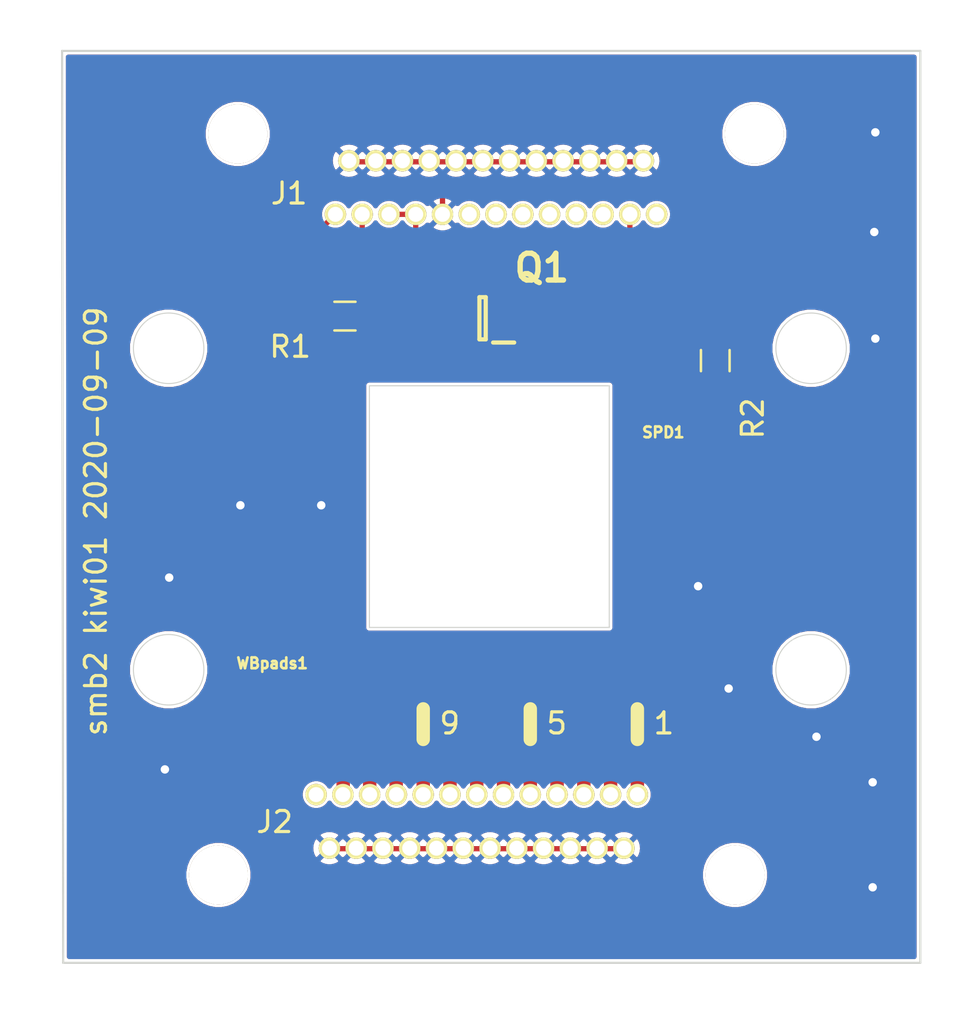
<source format=kicad_pcb>
(kicad_pcb (version 20171130) (host pcbnew "(5.1.5-0-10_14)")

  (general
    (thickness 1.6)
    (drawings 20)
    (tracks 67)
    (zones 0)
    (modules 7)
    (nets 27)
  )

  (page A4)
  (layers
    (0 F.Cu signal)
    (31 B.Cu signal)
    (32 B.Adhes user hide)
    (33 F.Adhes user hide)
    (34 B.Paste user hide)
    (35 F.Paste user hide)
    (36 B.SilkS user)
    (37 F.SilkS user)
    (38 B.Mask user hide)
    (39 F.Mask user hide)
    (40 Dwgs.User user hide)
    (41 Cmts.User user hide)
    (42 Eco1.User user hide)
    (43 Eco2.User user hide)
    (44 Edge.Cuts user)
    (45 Margin user hide)
    (46 B.CrtYd user hide)
    (47 F.CrtYd user hide)
    (48 B.Fab user hide)
    (49 F.Fab user hide)
  )

  (setup
    (last_trace_width 0.25)
    (trace_clearance 0.127)
    (zone_clearance 0.127)
    (zone_45_only no)
    (trace_min 0.2)
    (via_size 1.143)
    (via_drill 0.4)
    (via_min_size 0.4)
    (via_min_drill 0.3)
    (uvia_size 0.381)
    (uvia_drill 0.1)
    (uvias_allowed no)
    (uvia_min_size 0.2)
    (uvia_min_drill 0.1)
    (edge_width 0.05)
    (segment_width 0.2)
    (pcb_text_width 0.3)
    (pcb_text_size 1.5 1.5)
    (mod_edge_width 0.12)
    (mod_text_size 1 1)
    (mod_text_width 0.15)
    (pad_size 1.5 1.3)
    (pad_drill 0)
    (pad_to_mask_clearance 0.1016)
    (solder_mask_min_width 0.25)
    (aux_axis_origin 0 0)
    (visible_elements FFFFFFFF)
    (pcbplotparams
      (layerselection 0x010fc_ffffffff)
      (usegerberextensions false)
      (usegerberattributes false)
      (usegerberadvancedattributes false)
      (creategerberjobfile false)
      (excludeedgelayer true)
      (linewidth 0.100000)
      (plotframeref false)
      (viasonmask false)
      (mode 1)
      (useauxorigin false)
      (hpglpennumber 1)
      (hpglpenspeed 20)
      (hpglpendiameter 15.000000)
      (psnegative false)
      (psa4output false)
      (plotreference true)
      (plotvalue true)
      (plotinvisibletext false)
      (padsonsilk false)
      (subtractmaskfromsilk false)
      (outputformat 1)
      (mirror false)
      (drillshape 1)
      (scaleselection 1)
      (outputdirectory "./"))
  )

  (net 0 "")
  (net 1 GND)
  (net 2 "Net-(J1-Pad13)")
  (net 3 "Net-(J1-Pad12)")
  (net 4 "Net-(J1-Pad11)")
  (net 5 "Net-(J1-Pad10)")
  (net 6 "Net-(J1-Pad9)")
  (net 7 "Net-(J1-Pad8)")
  (net 8 "Net-(J1-Pad7)")
  (net 9 "Net-(J1-Pad6)")
  (net 10 "Net-(J1-Pad3)")
  (net 11 "Net-(J1-Pad2)")
  (net 12 "Net-(J1-Pad1)")
  (net 13 "Net-(J2-Pad13)")
  (net 14 "Net-(J2-Pad12)")
  (net 15 "Net-(J2-Pad11)")
  (net 16 "Net-(J2-Pad10)")
  (net 17 "Net-(J2-Pad9)")
  (net 18 "Net-(J2-Pad8)")
  (net 19 "Net-(J2-Pad7)")
  (net 20 "Net-(J2-Pad6)")
  (net 21 "Net-(J2-Pad3)")
  (net 22 "Net-(J2-Pad1)")
  (net 23 "Net-(J2-Pad2)")
  (net 24 "Net-(J2-Pad5)")
  (net 25 "Net-(J2-Pad4)")
  (net 26 "Net-(Q1-Pad1)")

  (net_class Default "This is the default net class."
    (clearance 0.127)
    (trace_width 0.25)
    (via_dia 1.143)
    (via_drill 0.4)
    (uvia_dia 0.381)
    (uvia_drill 0.1)
    (add_net GND)
    (add_net "Net-(J1-Pad1)")
    (add_net "Net-(J1-Pad10)")
    (add_net "Net-(J1-Pad11)")
    (add_net "Net-(J1-Pad12)")
    (add_net "Net-(J1-Pad13)")
    (add_net "Net-(J1-Pad2)")
    (add_net "Net-(J1-Pad3)")
    (add_net "Net-(J1-Pad6)")
    (add_net "Net-(J1-Pad7)")
    (add_net "Net-(J1-Pad8)")
    (add_net "Net-(J1-Pad9)")
    (add_net "Net-(J2-Pad1)")
    (add_net "Net-(J2-Pad10)")
    (add_net "Net-(J2-Pad11)")
    (add_net "Net-(J2-Pad12)")
    (add_net "Net-(J2-Pad13)")
    (add_net "Net-(J2-Pad2)")
    (add_net "Net-(J2-Pad3)")
    (add_net "Net-(J2-Pad4)")
    (add_net "Net-(J2-Pad5)")
    (add_net "Net-(J2-Pad6)")
    (add_net "Net-(J2-Pad7)")
    (add_net "Net-(J2-Pad8)")
    (add_net "Net-(J2-Pad9)")
    (add_net "Net-(Q1-Pad1)")
  )

  (module Resistors_SMD:R_0603_HandSoldering (layer F.Cu) (tedit 58E0A804) (tstamp 5F5912DE)
    (at 152.908 98.425 270)
    (descr "Resistor SMD 0603, hand soldering")
    (tags "resistor 0603")
    (path /5E79A1AD)
    (attr smd)
    (fp_text reference R2 (at 2.7432 -1.778 90) (layer F.SilkS)
      (effects (font (size 1 1) (thickness 0.15)))
    )
    (fp_text value R (at 0 1.55 90) (layer F.Fab)
      (effects (font (size 1 1) (thickness 0.15)))
    )
    (fp_text user %R (at 0 0 90) (layer F.Fab)
      (effects (font (size 0.4 0.4) (thickness 0.075)))
    )
    (fp_line (start -0.8 0.4) (end -0.8 -0.4) (layer F.Fab) (width 0.1))
    (fp_line (start 0.8 0.4) (end -0.8 0.4) (layer F.Fab) (width 0.1))
    (fp_line (start 0.8 -0.4) (end 0.8 0.4) (layer F.Fab) (width 0.1))
    (fp_line (start -0.8 -0.4) (end 0.8 -0.4) (layer F.Fab) (width 0.1))
    (fp_line (start 0.5 0.68) (end -0.5 0.68) (layer F.SilkS) (width 0.12))
    (fp_line (start -0.5 -0.68) (end 0.5 -0.68) (layer F.SilkS) (width 0.12))
    (fp_line (start -1.96 -0.7) (end 1.95 -0.7) (layer F.CrtYd) (width 0.05))
    (fp_line (start -1.96 -0.7) (end -1.96 0.7) (layer F.CrtYd) (width 0.05))
    (fp_line (start 1.95 0.7) (end 1.95 -0.7) (layer F.CrtYd) (width 0.05))
    (fp_line (start 1.95 0.7) (end -1.96 0.7) (layer F.CrtYd) (width 0.05))
    (pad 1 smd rect (at -1.1 0 270) (size 1.2 0.9) (layers F.Cu F.Paste F.Mask)
      (net 3 "Net-(J1-Pad12)"))
    (pad 2 smd rect (at 1.1 0 270) (size 1.2 0.9) (layers F.Cu F.Paste F.Mask)
      (net 26 "Net-(Q1-Pad1)"))
    (model ${KISYS3DMOD}/Resistors_SMD.3dshapes/R_0603.wrl
      (at (xyz 0 0 0))
      (scale (xyz 1 1 1))
      (rotate (xyz 0 0 0))
    )
  )

  (module Resistors_SMD:R_0603_HandSoldering (layer F.Cu) (tedit 58E0A804) (tstamp 5F5912DB)
    (at 135.339 96.3168)
    (descr "Resistor SMD 0603, hand soldering")
    (tags "resistor 0603")
    (path /5E799546)
    (attr smd)
    (fp_text reference R1 (at -2.5986 1.4478) (layer F.SilkS)
      (effects (font (size 1 1) (thickness 0.15)))
    )
    (fp_text value R (at 0 1.55) (layer F.Fab)
      (effects (font (size 1 1) (thickness 0.15)))
    )
    (fp_text user %R (at 0 0) (layer F.Fab)
      (effects (font (size 0.4 0.4) (thickness 0.075)))
    )
    (fp_line (start -0.8 0.4) (end -0.8 -0.4) (layer F.Fab) (width 0.1))
    (fp_line (start 0.8 0.4) (end -0.8 0.4) (layer F.Fab) (width 0.1))
    (fp_line (start 0.8 -0.4) (end 0.8 0.4) (layer F.Fab) (width 0.1))
    (fp_line (start -0.8 -0.4) (end 0.8 -0.4) (layer F.Fab) (width 0.1))
    (fp_line (start 0.5 0.68) (end -0.5 0.68) (layer F.SilkS) (width 0.12))
    (fp_line (start -0.5 -0.68) (end 0.5 -0.68) (layer F.SilkS) (width 0.12))
    (fp_line (start -1.96 -0.7) (end 1.95 -0.7) (layer F.CrtYd) (width 0.05))
    (fp_line (start -1.96 -0.7) (end -1.96 0.7) (layer F.CrtYd) (width 0.05))
    (fp_line (start 1.95 0.7) (end 1.95 -0.7) (layer F.CrtYd) (width 0.05))
    (fp_line (start 1.95 0.7) (end -1.96 0.7) (layer F.CrtYd) (width 0.05))
    (pad 1 smd rect (at -1.1 0) (size 1.2 0.9) (layers F.Cu F.Paste F.Mask)
      (net 12 "Net-(J1-Pad1)"))
    (pad 2 smd rect (at 1.1 0) (size 1.2 0.9) (layers F.Cu F.Paste F.Mask)
      (net 11 "Net-(J1-Pad2)"))
    (model ${KISYS3DMOD}/Resistors_SMD.3dshapes/R_0603.wrl
      (at (xyz 0 0 0))
      (scale (xyz 1 1 1))
      (rotate (xyz 0 0 0))
    )
  )

  (module DMND62D0U:SOT65P210X110-3N (layer F.Cu) (tedit 5E7BCFFD) (tstamp 5F5912D8)
    (at 141.8684 96.4184 180)
    (descr DMN62D0UW-7-1)
    (tags "MOSFET (N-Channel)")
    (path /5E794A9D)
    (attr smd)
    (fp_text reference Q1 (at -2.81 2.3876) (layer F.SilkS)
      (effects (font (size 1.27 1.27) (thickness 0.254)))
    )
    (fp_text value DMN62D0UW-7 (at 0 -2.54) (layer F.SilkS) hide
      (effects (font (size 0.508 0.508) (thickness 0.127)))
    )
    (fp_line (start -1.5 -1.15) (end -0.5 -1.15) (layer F.SilkS) (width 0.2))
    (fp_line (start -0.15 1) (end -0.15 -1) (layer F.SilkS) (width 0.2))
    (fp_line (start 0.15 1) (end -0.15 1) (layer F.SilkS) (width 0.2))
    (fp_line (start 0.15 -1) (end 0.15 1) (layer F.SilkS) (width 0.2))
    (fp_line (start -0.15 -1) (end 0.15 -1) (layer F.SilkS) (width 0.2))
    (fp_line (start -0.625 -0.35) (end 0.025 -1) (layer F.Fab) (width 0.1))
    (fp_line (start -0.625 1) (end -0.625 -1) (layer F.Fab) (width 0.1))
    (fp_line (start 0.625 1) (end -0.625 1) (layer F.Fab) (width 0.1))
    (fp_line (start 0.625 -1) (end 0.625 1) (layer F.Fab) (width 0.1))
    (fp_line (start -0.625 -1) (end 0.625 -1) (layer F.Fab) (width 0.1))
    (fp_line (start -1.75 1.35) (end -1.75 -1.35) (layer F.CrtYd) (width 0.05))
    (fp_line (start 1.75 1.35) (end -1.75 1.35) (layer F.CrtYd) (width 0.05))
    (fp_line (start 1.75 -1.35) (end 1.75 1.35) (layer F.CrtYd) (width 0.05))
    (fp_line (start -1.75 -1.35) (end 1.75 -1.35) (layer F.CrtYd) (width 0.05))
    (fp_text user %R (at 0 0) (layer F.Fab)
      (effects (font (size 1.27 1.27) (thickness 0.254)))
    )
    (pad 3 smd rect (at 1 0 270) (size 0.5 1) (layers F.Cu F.Paste F.Mask)
      (net 11 "Net-(J1-Pad2)"))
    (pad 2 smd rect (at -1 0.65 270) (size 0.5 1) (layers F.Cu F.Paste F.Mask)
      (net 10 "Net-(J1-Pad3)"))
    (pad 1 smd rect (at -1 -0.65 270) (size 0.5 1) (layers F.Cu F.Paste F.Mask)
      (net 26 "Net-(Q1-Pad1)"))
    (model DMN62D0UW-7.stp
      (at (xyz 0 0 0))
      (scale (xyz 1 1 1))
      (rotate (xyz 0 0 0))
    )
    (model ${DMN}/DMN62D0UW-7.stp
      (at (xyz 0 0 0))
      (scale (xyz 1 1 1))
      (rotate (xyz 0 0 0))
    )
  )

  (module myfootprints:MicroD-25-M-upsidedown (layer F.Cu) (tedit 5F4D698C) (tstamp 5F4D48F4)
    (at 145.4018 120.269 270)
    (path /5E7D529E)
    (fp_text reference J2 (at 0.0254 13.398) (layer F.SilkS)
      (effects (font (size 1 1) (thickness 0.15)))
    )
    (fp_text value MicroD-25-M (at -3.81 3.8354) (layer F.Fab)
      (effects (font (size 1 1) (thickness 0.15)))
    )
    (pad 26 thru_hole circle (at 2.54 -8.445 270) (size 2.79 2.79) (drill 2.79) (layers *.Cu *.Mask F.SilkS))
    (pad 0 thru_hole circle (at 2.54 16.065 270) (size 2.79 2.79) (drill 2.79) (layers *.Cu *.Mask F.SilkS))
    (pad 14 thru_hole circle (at 1.27 -3.17 270) (size 1.016 1.016) (drill 0.71) (layers *.Cu *.Mask F.SilkS)
      (net 1 GND) (zone_connect 1) (thermal_width 0.254) (thermal_gap 0.254))
    (pad 15 thru_hole circle (at 1.27 -1.9 270) (size 1.016 1.016) (drill 0.71) (layers *.Cu *.Mask F.SilkS)
      (net 1 GND) (zone_connect 1) (thermal_width 0.254) (thermal_gap 0.254))
    (pad 16 thru_hole circle (at 1.27 -0.63 270) (size 1.016 1.016) (drill 0.71) (layers *.Cu *.Mask F.SilkS)
      (net 1 GND) (zone_connect 1) (thermal_width 0.254) (thermal_gap 0.254))
    (pad 17 thru_hole circle (at 1.27 0.64 270) (size 1.016 1.016) (drill 0.71) (layers *.Cu *.Mask F.SilkS)
      (net 1 GND) (zone_connect 1) (thermal_width 0.254) (thermal_gap 0.254))
    (pad 18 thru_hole circle (at 1.27 1.91 270) (size 1.016 1.016) (drill 0.71) (layers *.Cu *.Mask F.SilkS)
      (net 1 GND) (zone_connect 1) (thermal_width 0.254) (thermal_gap 0.254))
    (pad 19 thru_hole circle (at 1.27 3.18 270) (size 1.016 1.016) (drill 0.71) (layers *.Cu *.Mask F.SilkS)
      (net 1 GND) (zone_connect 1) (thermal_width 0.254) (thermal_gap 0.254))
    (pad 20 thru_hole circle (at 1.27 4.45 270) (size 1.016 1.016) (drill 0.71) (layers *.Cu *.Mask F.SilkS)
      (net 1 GND) (zone_connect 1) (thermal_width 0.254) (thermal_gap 0.254))
    (pad 21 thru_hole circle (at 1.27 5.72 270) (size 1.016 1.016) (drill 0.71) (layers *.Cu *.Mask F.SilkS)
      (net 1 GND) (zone_connect 1) (thermal_width 0.254) (thermal_gap 0.254))
    (pad 22 thru_hole circle (at 1.27 6.99 270) (size 1.016 1.016) (drill 0.71) (layers *.Cu *.Mask F.SilkS)
      (net 1 GND) (zone_connect 1) (thermal_width 0.254) (thermal_gap 0.254))
    (pad 23 thru_hole circle (at 1.27 8.26 270) (size 1.016 1.016) (drill 0.7112) (layers *.Cu *.Mask F.SilkS)
      (net 1 GND) (zone_connect 1) (thermal_width 0.254) (thermal_gap 0.254))
    (pad 24 thru_hole circle (at 1.27 9.53 270) (size 1.016 1.016) (drill 0.71) (layers *.Cu *.Mask F.SilkS)
      (net 1 GND) (zone_connect 1) (thermal_width 0.254) (thermal_gap 0.254))
    (pad 25 thru_hole circle (at 1.27 10.8 270) (size 1.016 1.016) (drill 0.71) (layers *.Cu *.Mask F.SilkS)
      (net 1 GND) (zone_connect 1) (thermal_width 0.254) (thermal_gap 0.254))
    (pad 1 thru_hole circle (at -1.27 -3.81 270) (size 1.016 1.016) (drill 0.71) (layers *.Cu *.Mask F.SilkS)
      (net 22 "Net-(J2-Pad1)"))
    (pad 2 thru_hole circle (at -1.27 -2.54 270) (size 1.016 1.016) (drill 0.71) (layers *.Cu *.Mask F.SilkS)
      (net 23 "Net-(J2-Pad2)"))
    (pad 3 thru_hole circle (at -1.27 -1.27 270) (size 1.016 1.016) (drill 0.71) (layers *.Cu *.Mask F.SilkS)
      (net 21 "Net-(J2-Pad3)"))
    (pad 4 thru_hole circle (at -1.27 0 270) (size 1.016 1.016) (drill 0.71) (layers *.Cu *.Mask F.SilkS)
      (net 25 "Net-(J2-Pad4)"))
    (pad 5 thru_hole circle (at -1.27 1.27 270) (size 1.016 1.016) (drill 0.71) (layers *.Cu *.Mask F.SilkS)
      (net 24 "Net-(J2-Pad5)"))
    (pad 6 thru_hole circle (at -1.27 2.54 270) (size 1.016 1.016) (drill 0.71) (layers *.Cu *.Mask F.SilkS)
      (net 20 "Net-(J2-Pad6)"))
    (pad 7 thru_hole circle (at -1.27 3.81 270) (size 1.016 1.016) (drill 0.71) (layers *.Cu *.Mask F.SilkS)
      (net 19 "Net-(J2-Pad7)"))
    (pad 8 thru_hole circle (at -1.27 5.08 270) (size 1.016 1.016) (drill 0.71) (layers *.Cu *.Mask F.SilkS)
      (net 18 "Net-(J2-Pad8)"))
    (pad 9 thru_hole circle (at -1.27 6.35 270) (size 1.016 1.016) (drill 0.71) (layers *.Cu *.Mask F.SilkS)
      (net 17 "Net-(J2-Pad9)"))
    (pad 10 thru_hole circle (at -1.27 7.62 270) (size 1.016 1.016) (drill 0.71) (layers *.Cu *.Mask F.SilkS)
      (net 16 "Net-(J2-Pad10)"))
    (pad 11 thru_hole circle (at -1.27 8.89 270) (size 1.016 1.016) (drill 0.71) (layers *.Cu *.Mask F.SilkS)
      (net 15 "Net-(J2-Pad11)"))
    (pad 12 thru_hole circle (at -1.27 10.16 270) (size 1.016 1.016) (drill 0.71) (layers *.Cu *.Mask F.SilkS)
      (net 14 "Net-(J2-Pad12)"))
    (pad 13 thru_hole circle (at -1.27 11.43 270) (size 1.016 1.016) (drill 0.71) (layers *.Cu *.Mask F.SilkS)
      (net 13 "Net-(J2-Pad13)"))
    (model /Users/smb2/Documents/PCB/Kicad/Footprints.pretty/3D/MicroD_381-025-112L565.STEP
      (offset (xyz 7.8486 -3.81 -5.181599999999999))
      (scale (xyz 1 1 1))
      (rotate (xyz 90 0 90))
    )
  )

  (module myfootprints:MicroD-25-M-upsidedown (layer F.Cu) (tedit 5F4D698C) (tstamp 5F4D3C17)
    (at 138.6972 90.2208 90)
    (path /5E7C669B)
    (fp_text reference J1 (at -0.2794 -6.0076 180) (layer F.SilkS)
      (effects (font (size 1 1) (thickness 0.15)))
    )
    (fp_text value MicroD-25-M (at -3.81 3.8354 180) (layer F.Fab)
      (effects (font (size 1 1) (thickness 0.15)))
    )
    (pad 26 thru_hole circle (at 2.54 -8.445 90) (size 2.79 2.79) (drill 2.79) (layers *.Cu *.Mask F.SilkS))
    (pad 0 thru_hole circle (at 2.54 16.065 90) (size 2.79 2.79) (drill 2.79) (layers *.Cu *.Mask F.SilkS))
    (pad 14 thru_hole circle (at 1.27 -3.17 90) (size 1.016 1.016) (drill 0.71) (layers *.Cu *.Mask F.SilkS)
      (net 1 GND) (zone_connect 1) (thermal_width 0.254) (thermal_gap 0.254))
    (pad 15 thru_hole circle (at 1.27 -1.9 90) (size 1.016 1.016) (drill 0.71) (layers *.Cu *.Mask F.SilkS)
      (net 1 GND) (zone_connect 1) (thermal_width 0.254) (thermal_gap 0.254))
    (pad 16 thru_hole circle (at 1.27 -0.63 90) (size 1.016 1.016) (drill 0.71) (layers *.Cu *.Mask F.SilkS)
      (net 1 GND) (zone_connect 1) (thermal_width 0.254) (thermal_gap 0.254))
    (pad 17 thru_hole circle (at 1.27 0.64 90) (size 1.016 1.016) (drill 0.71) (layers *.Cu *.Mask F.SilkS)
      (net 1 GND) (zone_connect 1) (thermal_width 0.254) (thermal_gap 0.254))
    (pad 18 thru_hole circle (at 1.27 1.91 90) (size 1.016 1.016) (drill 0.71) (layers *.Cu *.Mask F.SilkS)
      (net 1 GND) (zone_connect 1) (thermal_width 0.254) (thermal_gap 0.254))
    (pad 19 thru_hole circle (at 1.27 3.18 90) (size 1.016 1.016) (drill 0.71) (layers *.Cu *.Mask F.SilkS)
      (net 1 GND) (zone_connect 1) (thermal_width 0.254) (thermal_gap 0.254))
    (pad 20 thru_hole circle (at 1.27 4.45 90) (size 1.016 1.016) (drill 0.71) (layers *.Cu *.Mask F.SilkS)
      (net 1 GND) (zone_connect 1) (thermal_width 0.254) (thermal_gap 0.254))
    (pad 21 thru_hole circle (at 1.27 5.72 90) (size 1.016 1.016) (drill 0.71) (layers *.Cu *.Mask F.SilkS)
      (net 1 GND) (zone_connect 1) (thermal_width 0.254) (thermal_gap 0.254))
    (pad 22 thru_hole circle (at 1.27 6.99 90) (size 1.016 1.016) (drill 0.71) (layers *.Cu *.Mask F.SilkS)
      (net 1 GND) (zone_connect 1) (thermal_width 0.254) (thermal_gap 0.254))
    (pad 23 thru_hole circle (at 1.27 8.26 90) (size 1.016 1.016) (drill 0.7112) (layers *.Cu *.Mask F.SilkS)
      (net 1 GND) (zone_connect 1) (thermal_width 0.254) (thermal_gap 0.254))
    (pad 24 thru_hole circle (at 1.27 9.53 90) (size 1.016 1.016) (drill 0.71) (layers *.Cu *.Mask F.SilkS)
      (net 1 GND) (zone_connect 1) (thermal_width 0.254) (thermal_gap 0.254))
    (pad 25 thru_hole circle (at 1.27 10.8 90) (size 1.016 1.016) (drill 0.71) (layers *.Cu *.Mask F.SilkS)
      (net 1 GND) (zone_connect 1) (thermal_width 0.254) (thermal_gap 0.254))
    (pad 1 thru_hole circle (at -1.27 -3.81 90) (size 1.016 1.016) (drill 0.71) (layers *.Cu *.Mask F.SilkS)
      (net 12 "Net-(J1-Pad1)"))
    (pad 2 thru_hole circle (at -1.27 -2.54 90) (size 1.016 1.016) (drill 0.71) (layers *.Cu *.Mask F.SilkS)
      (net 11 "Net-(J1-Pad2)"))
    (pad 3 thru_hole circle (at -1.27 -1.27 90) (size 1.016 1.016) (drill 0.71) (layers *.Cu *.Mask F.SilkS)
      (net 10 "Net-(J1-Pad3)"))
    (pad 4 thru_hole circle (at -1.27 0 90) (size 1.016 1.016) (drill 0.71) (layers *.Cu *.Mask F.SilkS)
      (net 10 "Net-(J1-Pad3)"))
    (pad 5 thru_hole circle (at -1.27 1.27 90) (size 1.016 1.016) (drill 0.71) (layers *.Cu *.Mask F.SilkS)
      (net 1 GND))
    (pad 6 thru_hole circle (at -1.27 2.54 90) (size 1.016 1.016) (drill 0.71) (layers *.Cu *.Mask F.SilkS)
      (net 9 "Net-(J1-Pad6)"))
    (pad 7 thru_hole circle (at -1.27 3.81 90) (size 1.016 1.016) (drill 0.71) (layers *.Cu *.Mask F.SilkS)
      (net 8 "Net-(J1-Pad7)"))
    (pad 8 thru_hole circle (at -1.27 5.08 90) (size 1.016 1.016) (drill 0.71) (layers *.Cu *.Mask F.SilkS)
      (net 7 "Net-(J1-Pad8)"))
    (pad 9 thru_hole circle (at -1.27 6.35 90) (size 1.016 1.016) (drill 0.71) (layers *.Cu *.Mask F.SilkS)
      (net 6 "Net-(J1-Pad9)"))
    (pad 10 thru_hole circle (at -1.27 7.62 90) (size 1.016 1.016) (drill 0.71) (layers *.Cu *.Mask F.SilkS)
      (net 5 "Net-(J1-Pad10)"))
    (pad 11 thru_hole circle (at -1.27 8.89 90) (size 1.016 1.016) (drill 0.71) (layers *.Cu *.Mask F.SilkS)
      (net 4 "Net-(J1-Pad11)"))
    (pad 12 thru_hole circle (at -1.27 10.16 90) (size 1.016 1.016) (drill 0.71) (layers *.Cu *.Mask F.SilkS)
      (net 3 "Net-(J1-Pad12)"))
    (pad 13 thru_hole circle (at -1.27 11.43 90) (size 1.016 1.016) (drill 0.71) (layers *.Cu *.Mask F.SilkS)
      (net 2 "Net-(J1-Pad13)"))
    (model /Users/smb2/Documents/PCB/Kicad/Footprints.pretty/3D/MicroD_381-025-112L565.STEP
      (offset (xyz 7.8486 -3.81 -5.181599999999999))
      (scale (xyz 1 1 1))
      (rotate (xyz 90 0 90))
    )
  )

  (module uD:wirebond-1 (layer F.Cu) (tedit 5E7CC403) (tstamp 5F57A57A)
    (at 143.891 92.7608)
    (path /5E8E833B)
    (attr smd)
    (fp_text reference SPD1 (at 6.5532 9.0678) (layer F.SilkS)
      (effects (font (size 0.508 0.508) (thickness 0.127)))
    )
    (fp_text value CONN_01X01 (at 5.9944 9.6266) (layer F.Fab)
      (effects (font (size 1 1) (thickness 0.15)))
    )
    (pad 1 smd rect (at 6.35 7.62) (size 0.762 1) (layers F.Cu F.Mask)
      (net 26 "Net-(Q1-Pad1)"))
  )

  (module uD:wirebond-12 (layer F.Cu) (tedit 5E7CBB8B) (tstamp 5E7CC652)
    (at 128.8796 105.3084)
    (path /5E7B1ED6)
    (fp_text reference WBpads1 (at 3.0099 7.4676) (layer F.SilkS)
      (effects (font (size 0.508 0.508) (thickness 0.127)))
    )
    (fp_text value CONN_01X12 (at 5.08 5.08) (layer F.Fab)
      (effects (font (size 0.508 0.508) (thickness 0.127)))
    )
    (pad 12 smd rect (at 20.32 7.62) (size 0.762 1) (layers F.Cu F.Mask)
      (net 22 "Net-(J2-Pad1)"))
    (pad 11 smd rect (at 19.05 7.62) (size 0.762 1) (layers F.Cu F.Mask)
      (net 23 "Net-(J2-Pad2)"))
    (pad 10 smd rect (at 17.78 7.62) (size 0.762 1) (layers F.Cu F.Mask)
      (net 21 "Net-(J2-Pad3)"))
    (pad 9 smd rect (at 16.51 7.62) (size 0.762 1) (layers F.Cu F.Mask)
      (net 25 "Net-(J2-Pad4)"))
    (pad 8 smd rect (at 15.24 7.62) (size 0.762 1) (layers F.Cu F.Mask)
      (net 24 "Net-(J2-Pad5)"))
    (pad 7 smd rect (at 13.97 7.62) (size 0.762 1) (layers F.Cu F.Mask)
      (net 20 "Net-(J2-Pad6)"))
    (pad 6 smd rect (at 12.7 7.62) (size 0.762 1) (layers F.Cu F.Mask)
      (net 19 "Net-(J2-Pad7)"))
    (pad 5 smd rect (at 11.43 7.62) (size 0.762 1) (layers F.Cu F.Mask)
      (net 18 "Net-(J2-Pad8)"))
    (pad 4 smd rect (at 10.16 7.62) (size 0.762 1) (layers F.Cu F.Mask)
      (net 17 "Net-(J2-Pad9)"))
    (pad 3 smd rect (at 8.89 7.62) (size 0.762 1) (layers F.Cu F.Mask)
      (net 16 "Net-(J2-Pad10)"))
    (pad 2 smd rect (at 7.62 7.62) (size 0.762 1) (layers F.Cu F.Mask)
      (net 15 "Net-(J2-Pad11)"))
    (pad 1 smd rect (at 6.35 7.62) (size 0.762 1) (layers F.Cu F.Mask)
      (net 14 "Net-(J2-Pad12)"))
  )

  (gr_circle (center 126.9746 97.8408) (end 128.645796 97.8408) (layer Edge.Cuts) (width 0.05) (tstamp 5F5916A8))
  (gr_circle (center 157.4546 113.0808) (end 158.5976 114.3) (layer Edge.Cuts) (width 0.05) (tstamp 5E7E20C9))
  (gr_circle (center 157.4546 97.8408) (end 158.5976 99.06) (layer Edge.Cuts) (width 0.05) (tstamp 5E7E2073))
  (gr_circle (center 126.9746 113.0808) (end 128.1176 114.3) (layer Edge.Cuts) (width 0.05))
  (gr_text 9 (at 140.3096 115.6208) (layer F.SilkS)
    (effects (font (size 1 1) (thickness 0.15)))
  )
  (gr_text 5 (at 145.3896 115.6208) (layer F.SilkS)
    (effects (font (size 1 1) (thickness 0.15)))
  )
  (gr_text 1 (at 150.4696 115.6208) (layer F.SilkS)
    (effects (font (size 1 1) (thickness 0.15)))
  )
  (gr_line (start 139.0523 114.935) (end 139.0523 116.3828) (layer F.SilkS) (width 0.635) (tstamp 5E7E1FD0))
  (gr_line (start 144.1323 114.935) (end 144.1323 116.3828) (layer F.SilkS) (width 0.635) (tstamp 5E7E1FCD))
  (gr_line (start 149.2123 114.935) (end 149.2123 116.3828) (layer F.SilkS) (width 0.635) (tstamp 5E7E1FCA))
  (gr_text "smb2 kiwi01 2020-09-09" (at 123.5202 106.045 90) (layer F.SilkS)
    (effects (font (size 1 1) (thickness 0.15)))
  )
  (gr_line (start 136.4996 111.0742) (end 147.8788 111.0742) (layer Edge.Cuts) (width 0.05))
  (gr_line (start 147.8788 111.0234) (end 147.8788 111.0742) (layer Edge.Cuts) (width 0.05))
  (gr_line (start 147.8788 99.6188) (end 147.8788 111.0234) (layer Edge.Cuts) (width 0.05))
  (gr_line (start 136.4996 99.6188) (end 147.8788 99.6188) (layer Edge.Cuts) (width 0.05))
  (gr_line (start 136.4996 111.0742) (end 136.4996 99.6188) (layer Edge.Cuts) (width 0.05))
  (gr_line (start 162.6362 83.7438) (end 162.6362 126.9746) (layer Edge.Cuts) (width 0.1))
  (gr_line (start 121.92 83.7438) (end 162.6362 83.7438) (layer Edge.Cuts) (width 0.1) (tstamp 5E7A603B))
  (gr_line (start 121.9708 126.9746) (end 121.92 83.7438) (layer Edge.Cuts) (width 0.1))
  (gr_line (start 162.6362 126.9746) (end 121.9708 126.9746) (layer Edge.Cuts) (width 0.1))

  (segment (start 134.62 121.5644) (end 148.59 121.5644) (width 0.25) (layer F.Cu) (net 1))
  (segment (start 135.5272 89.0016) (end 136.7972 89.0016) (width 0.25) (layer F.Cu) (net 1))
  (segment (start 136.7972 89.0016) (end 138.0672 89.0016) (width 0.25) (layer F.Cu) (net 1))
  (segment (start 138.0672 89.0016) (end 139.3372 89.0016) (width 0.25) (layer F.Cu) (net 1))
  (segment (start 139.3372 89.0016) (end 140.6072 89.0016) (width 0.25) (layer F.Cu) (net 1))
  (segment (start 140.6072 89.0016) (end 141.8772 89.0016) (width 0.25) (layer F.Cu) (net 1))
  (segment (start 141.8772 89.0016) (end 143.1472 89.0016) (width 0.25) (layer F.Cu) (net 1))
  (segment (start 143.1472 89.0016) (end 144.4172 89.0016) (width 0.25) (layer F.Cu) (net 1))
  (segment (start 144.4172 89.0016) (end 145.6872 89.0016) (width 0.25) (layer F.Cu) (net 1))
  (segment (start 145.6872 89.0016) (end 146.9572 89.0016) (width 0.25) (layer F.Cu) (net 1))
  (segment (start 146.9572 89.0016) (end 148.2272 89.0016) (width 0.25) (layer F.Cu) (net 1))
  (segment (start 148.2272 89.0016) (end 149.4972 89.0016) (width 0.25) (layer F.Cu) (net 1))
  (via (at 127 108.712) (size 0.8) (drill 0.4) (layers F.Cu B.Cu) (net 1))
  (via (at 130.3782 105.283) (size 0.8) (drill 0.4) (layers F.Cu B.Cu) (net 1))
  (via (at 134.2136 105.283) (size 0.8) (drill 0.4) (layers F.Cu B.Cu) (net 1))
  (via (at 152.0952 109.1184) (size 0.8) (drill 0.4) (layers F.Cu B.Cu) (net 1))
  (via (at 153.543 113.9698) (size 0.8) (drill 0.4) (layers F.Cu B.Cu) (net 1))
  (via (at 157.7086 116.2558) (size 0.8) (drill 0.4) (layers F.Cu B.Cu) (net 1))
  (via (at 160.3756 118.4148) (size 0.8) (drill 0.4) (layers F.Cu B.Cu) (net 1))
  (via (at 160.3756 123.3932) (size 0.8) (drill 0.4) (layers F.Cu B.Cu) (net 1))
  (via (at 126.7968 117.8052) (size 0.8) (drill 0.4) (layers F.Cu B.Cu) (net 1))
  (via (at 160.5026 87.6046) (size 0.8) (drill 0.4) (layers F.Cu B.Cu) (net 1))
  (via (at 160.4518 92.329) (size 0.8) (drill 0.4) (layers F.Cu B.Cu) (net 1))
  (via (at 160.5026 97.3836) (size 0.8) (drill 0.4) (layers F.Cu B.Cu) (net 1))
  (segment (start 139.9672 89.5808) (end 139.3372 88.9508) (width 0.25) (layer F.Cu) (net 1))
  (segment (start 139.9672 91.4908) (end 139.9672 89.5808) (width 0.25) (layer F.Cu) (net 1))
  (segment (start 139.9672 89.5908) (end 140.6072 88.9508) (width 0.25) (layer F.Cu) (net 1))
  (segment (start 139.9672 91.4908) (end 139.9672 89.5908) (width 0.25) (layer F.Cu) (net 1))
  (segment (start 152.908 97.325) (end 152.908 94.4372) (width 0.25) (layer F.Cu) (net 3))
  (segment (start 152.908 94.4372) (end 152.273 93.8022) (width 0.25) (layer F.Cu) (net 3))
  (segment (start 152.273 93.8022) (end 149.479 93.8022) (width 0.25) (layer F.Cu) (net 3))
  (segment (start 148.8572 93.1804) (end 148.8572 91.4908) (width 0.25) (layer F.Cu) (net 3))
  (segment (start 149.479 93.8022) (end 148.8572 93.1804) (width 0.25) (layer F.Cu) (net 3))
  (segment (start 137.4272 91.4908) (end 138.6972 91.4908) (width 0.25) (layer F.Cu) (net 10))
  (segment (start 142.8684 94.5068) (end 142.8684 95.7684) (width 0.25) (layer F.Cu) (net 10))
  (segment (start 142.1892 93.8276) (end 142.8684 94.5068) (width 0.25) (layer F.Cu) (net 10))
  (segment (start 139.5222 93.8276) (end 142.1892 93.8276) (width 0.25) (layer F.Cu) (net 10))
  (segment (start 138.7094 93.0148) (end 139.5222 93.8276) (width 0.25) (layer F.Cu) (net 10))
  (segment (start 138.7094 92.22142) (end 138.7094 93.0148) (width 0.25) (layer F.Cu) (net 10))
  (segment (start 138.6972 92.20922) (end 138.7094 92.22142) (width 0.25) (layer F.Cu) (net 10))
  (segment (start 138.6972 91.4908) (end 138.6972 92.20922) (width 0.25) (layer F.Cu) (net 10))
  (segment (start 136.1572 96.035) (end 136.439 96.3168) (width 0.25) (layer F.Cu) (net 11))
  (segment (start 136.1572 91.4908) (end 136.1572 96.035) (width 0.25) (layer F.Cu) (net 11))
  (segment (start 140.7668 96.3168) (end 140.8684 96.4184) (width 0.25) (layer F.Cu) (net 11))
  (segment (start 136.439 96.3168) (end 140.7668 96.3168) (width 0.25) (layer F.Cu) (net 11))
  (segment (start 134.239 92.139) (end 134.239 96.3168) (width 0.25) (layer F.Cu) (net 12))
  (segment (start 134.8872 91.4908) (end 134.239 92.139) (width 0.25) (layer F.Cu) (net 12))
  (segment (start 135.255 118.6434) (end 135.255 112.9792) (width 0.635) (layer F.Cu) (net 14))
  (segment (start 136.5123 118.872) (end 136.5123 113.03) (width 0.635) (layer F.Cu) (net 15))
  (segment (start 137.7696 118.872) (end 137.7696 113.03) (width 0.635) (layer F.Cu) (net 16))
  (segment (start 139.0523 118.872) (end 139.0523 113.03) (width 0.635) (layer F.Cu) (net 17))
  (segment (start 140.3223 118.872) (end 140.3223 113.03) (width 0.635) (layer F.Cu) (net 18))
  (segment (start 141.5923 118.872) (end 141.5923 113.03) (width 0.635) (layer F.Cu) (net 19))
  (segment (start 142.8623 118.872) (end 142.8623 113.03) (width 0.635) (layer F.Cu) (net 20))
  (segment (start 146.6723 118.872) (end 146.6723 113.03) (width 0.635) (layer F.Cu) (net 21))
  (segment (start 149.2123 118.872) (end 149.2123 113.03) (width 0.635) (layer F.Cu) (net 22))
  (segment (start 147.9423 118.872) (end 147.9423 113.03) (width 0.635) (layer F.Cu) (net 23))
  (segment (start 144.1323 118.872) (end 144.1323 113.03) (width 0.635) (layer F.Cu) (net 24) (tstamp 5E7E1B27))
  (segment (start 145.4023 118.872) (end 145.4023 113.03) (width 0.635) (layer F.Cu) (net 25))
  (segment (start 143.6184 97.0684) (end 143.6334 97.0534) (width 0.25) (layer F.Cu) (net 26))
  (segment (start 142.8684 97.0684) (end 143.6184 97.0684) (width 0.25) (layer F.Cu) (net 26))
  (segment (start 143.6334 97.0534) (end 149.2758 97.0534) (width 0.25) (layer F.Cu) (net 26))
  (segment (start 150.241 98.0186) (end 150.241 100.3808) (width 0.25) (layer F.Cu) (net 26))
  (segment (start 149.2758 97.0534) (end 150.241 98.0186) (width 0.25) (layer F.Cu) (net 26))
  (segment (start 152.9022 100.3808) (end 152.908 100.375) (width 0.25) (layer F.Cu) (net 26))
  (segment (start 152.908 100.375) (end 152.908 99.525) (width 0.25) (layer F.Cu) (net 26))
  (segment (start 150.241 100.3808) (end 152.9022 100.3808) (width 0.25) (layer F.Cu) (net 26))

  (zone (net 0) (net_name "") (layer F.Mask) (tstamp 5F4D654E) (hatch edge 0.508)
    (connect_pads (clearance 0.35))
    (min_thickness 0.254)
    (fill yes (arc_segments 32) (thermal_gap 0.508) (thermal_bridge_width 0.508))
    (polygon
      (pts
        (xy 148.7424 111.9124) (xy 135.7376 111.9124) (xy 135.7376 98.9076) (xy 148.7424 98.9076)
      )
    )
    (filled_polygon
      (pts
        (xy 148.6154 111.7854) (xy 135.8646 111.7854) (xy 135.8646 99.6188) (xy 136.4996 99.6188) (xy 136.4996 111.0742)
        (xy 147.8788 111.0742) (xy 147.8788 99.6188) (xy 136.4996 99.6188) (xy 135.8646 99.6188) (xy 135.8646 99.0346)
        (xy 148.6154 99.0346)
      )
    )
  )
  (zone (net 0) (net_name "") (layer B.Mask) (tstamp 5F4D654B) (hatch edge 0.508)
    (connect_pads (clearance 0.35))
    (min_thickness 0.254)
    (fill yes (arc_segments 32) (thermal_gap 0.508) (thermal_bridge_width 0.508))
    (polygon
      (pts
        (xy 155.8798 117.3988) (xy 128.8796 117.3988) (xy 128.8796 103.8352) (xy 155.8798 103.8352)
      )
    )
    (filled_polygon
      (pts
        (xy 136.4996 111.0742) (xy 147.8788 111.0742) (xy 147.8788 103.9622) (xy 155.7528 103.9622) (xy 155.7528 117.2718)
        (xy 129.0066 117.2718) (xy 129.0066 103.9622) (xy 136.4996 103.9622)
      )
    )
  )
  (zone (net 1) (net_name GND) (layer F.Cu) (tstamp 0) (hatch edge 0.508)
    (connect_pads (clearance 0.127))
    (min_thickness 0.2286)
    (fill yes (arc_segments 32) (thermal_gap 0.254) (thermal_bridge_width 0.254))
    (polygon
      (pts
        (xy 164.6682 129.5146) (xy 119.5324 129.8702) (xy 120.1166 82.4738) (xy 120.1674 82.3214) (xy 164.4396 82.2452)
      )
    )
    (filled_polygon
      (pts
        (xy 162.344901 126.6833) (xy 122.261757 126.6833) (xy 122.257016 122.647839) (xy 127.7005 122.647839) (xy 127.7005 122.970161)
        (xy 127.763382 123.286291) (xy 127.88673 123.584079) (xy 128.065803 123.85208) (xy 128.29372 124.079997) (xy 128.561721 124.25907)
        (xy 128.859509 124.382418) (xy 129.175639 124.4453) (xy 129.497961 124.4453) (xy 129.814091 124.382418) (xy 130.111879 124.25907)
        (xy 130.37988 124.079997) (xy 130.607797 123.85208) (xy 130.78687 123.584079) (xy 130.910218 123.286291) (xy 130.9731 122.970161)
        (xy 130.9731 122.647839) (xy 152.2105 122.647839) (xy 152.2105 122.970161) (xy 152.273382 123.286291) (xy 152.39673 123.584079)
        (xy 152.575803 123.85208) (xy 152.80372 124.079997) (xy 153.071721 124.25907) (xy 153.369509 124.382418) (xy 153.685639 124.4453)
        (xy 154.007961 124.4453) (xy 154.324091 124.382418) (xy 154.621879 124.25907) (xy 154.88988 124.079997) (xy 155.117797 123.85208)
        (xy 155.29687 123.584079) (xy 155.420218 123.286291) (xy 155.4831 122.970161) (xy 155.4831 122.647839) (xy 155.420218 122.331709)
        (xy 155.29687 122.033921) (xy 155.117797 121.76592) (xy 154.88988 121.538003) (xy 154.621879 121.35893) (xy 154.324091 121.235582)
        (xy 154.007961 121.1727) (xy 153.685639 121.1727) (xy 153.369509 121.235582) (xy 153.071721 121.35893) (xy 152.80372 121.538003)
        (xy 152.575803 121.76592) (xy 152.39673 122.033921) (xy 152.273382 122.331709) (xy 152.2105 122.647839) (xy 130.9731 122.647839)
        (xy 130.910218 122.331709) (xy 130.816493 122.105437) (xy 134.053323 122.105437) (xy 134.09456 122.258763) (xy 134.244725 122.34389)
        (xy 134.408612 122.398086) (xy 134.579924 122.419267) (xy 134.752076 122.406621) (xy 134.918453 122.360633) (xy 135.072661 122.28307)
        (xy 135.10904 122.258763) (xy 135.150277 122.105437) (xy 135.323323 122.105437) (xy 135.36456 122.258763) (xy 135.514725 122.34389)
        (xy 135.678612 122.398086) (xy 135.849924 122.419267) (xy 136.022076 122.406621) (xy 136.188453 122.360633) (xy 136.342661 122.28307)
        (xy 136.37904 122.258763) (xy 136.420277 122.105437) (xy 136.593323 122.105437) (xy 136.63456 122.258763) (xy 136.784725 122.34389)
        (xy 136.948612 122.398086) (xy 137.119924 122.419267) (xy 137.292076 122.406621) (xy 137.458453 122.360633) (xy 137.612661 122.28307)
        (xy 137.64904 122.258763) (xy 137.690277 122.105437) (xy 137.863323 122.105437) (xy 137.90456 122.258763) (xy 138.054725 122.34389)
        (xy 138.218612 122.398086) (xy 138.389924 122.419267) (xy 138.562076 122.406621) (xy 138.728453 122.360633) (xy 138.882661 122.28307)
        (xy 138.91904 122.258763) (xy 138.960277 122.105437) (xy 139.133323 122.105437) (xy 139.17456 122.258763) (xy 139.324725 122.34389)
        (xy 139.488612 122.398086) (xy 139.659924 122.419267) (xy 139.832076 122.406621) (xy 139.998453 122.360633) (xy 140.152661 122.28307)
        (xy 140.18904 122.258763) (xy 140.230277 122.105437) (xy 140.403323 122.105437) (xy 140.44456 122.258763) (xy 140.594725 122.34389)
        (xy 140.758612 122.398086) (xy 140.929924 122.419267) (xy 141.102076 122.406621) (xy 141.268453 122.360633) (xy 141.422661 122.28307)
        (xy 141.45904 122.258763) (xy 141.500277 122.105437) (xy 141.673323 122.105437) (xy 141.71456 122.258763) (xy 141.864725 122.34389)
        (xy 142.028612 122.398086) (xy 142.199924 122.419267) (xy 142.372076 122.406621) (xy 142.538453 122.360633) (xy 142.692661 122.28307)
        (xy 142.72904 122.258763) (xy 142.770277 122.105437) (xy 142.943323 122.105437) (xy 142.98456 122.258763) (xy 143.134725 122.34389)
        (xy 143.298612 122.398086) (xy 143.469924 122.419267) (xy 143.642076 122.406621) (xy 143.808453 122.360633) (xy 143.962661 122.28307)
        (xy 143.99904 122.258763) (xy 144.040277 122.105437) (xy 144.213323 122.105437) (xy 144.25456 122.258763) (xy 144.404725 122.34389)
        (xy 144.568612 122.398086) (xy 144.739924 122.419267) (xy 144.912076 122.406621) (xy 145.078453 122.360633) (xy 145.232661 122.28307)
        (xy 145.26904 122.258763) (xy 145.310277 122.105437) (xy 145.483323 122.105437) (xy 145.52456 122.258763) (xy 145.674725 122.34389)
        (xy 145.838612 122.398086) (xy 146.009924 122.419267) (xy 146.182076 122.406621) (xy 146.348453 122.360633) (xy 146.502661 122.28307)
        (xy 146.53904 122.258763) (xy 146.580277 122.105437) (xy 146.753323 122.105437) (xy 146.79456 122.258763) (xy 146.944725 122.34389)
        (xy 147.108612 122.398086) (xy 147.279924 122.419267) (xy 147.452076 122.406621) (xy 147.618453 122.360633) (xy 147.772661 122.28307)
        (xy 147.80904 122.258763) (xy 147.850277 122.105437) (xy 148.023323 122.105437) (xy 148.06456 122.258763) (xy 148.214725 122.34389)
        (xy 148.378612 122.398086) (xy 148.549924 122.419267) (xy 148.722076 122.406621) (xy 148.888453 122.360633) (xy 149.042661 122.28307)
        (xy 149.07904 122.258763) (xy 149.120277 122.105437) (xy 148.5718 121.556961) (xy 148.023323 122.105437) (xy 147.850277 122.105437)
        (xy 147.3018 121.556961) (xy 146.753323 122.105437) (xy 146.580277 122.105437) (xy 146.0318 121.556961) (xy 145.483323 122.105437)
        (xy 145.310277 122.105437) (xy 144.7618 121.556961) (xy 144.213323 122.105437) (xy 144.040277 122.105437) (xy 143.4918 121.556961)
        (xy 142.943323 122.105437) (xy 142.770277 122.105437) (xy 142.2218 121.556961) (xy 141.673323 122.105437) (xy 141.500277 122.105437)
        (xy 140.9518 121.556961) (xy 140.403323 122.105437) (xy 140.230277 122.105437) (xy 139.6818 121.556961) (xy 139.133323 122.105437)
        (xy 138.960277 122.105437) (xy 138.4118 121.556961) (xy 137.863323 122.105437) (xy 137.690277 122.105437) (xy 137.1418 121.556961)
        (xy 136.593323 122.105437) (xy 136.420277 122.105437) (xy 135.8718 121.556961) (xy 135.323323 122.105437) (xy 135.150277 122.105437)
        (xy 134.6018 121.556961) (xy 134.053323 122.105437) (xy 130.816493 122.105437) (xy 130.78687 122.033921) (xy 130.607797 121.76592)
        (xy 130.37988 121.538003) (xy 130.348633 121.517124) (xy 133.721533 121.517124) (xy 133.734179 121.689276) (xy 133.780167 121.855653)
        (xy 133.85773 122.009861) (xy 133.882037 122.04624) (xy 134.035363 122.087477) (xy 134.583839 121.539) (xy 134.619761 121.539)
        (xy 135.168237 122.087477) (xy 135.2368 122.069037) (xy 135.305363 122.087477) (xy 135.853839 121.539) (xy 135.889761 121.539)
        (xy 136.438237 122.087477) (xy 136.5068 122.069037) (xy 136.575363 122.087477) (xy 137.123839 121.539) (xy 137.159761 121.539)
        (xy 137.708237 122.087477) (xy 137.7768 122.069037) (xy 137.845363 122.087477) (xy 138.393839 121.539) (xy 138.429761 121.539)
        (xy 138.978237 122.087477) (xy 139.0468 122.069037) (xy 139.115363 122.087477) (xy 139.663839 121.539) (xy 139.699761 121.539)
        (xy 140.248237 122.087477) (xy 140.3168 122.069037) (xy 140.385363 122.087477) (xy 140.933839 121.539) (xy 140.969761 121.539)
        (xy 141.518237 122.087477) (xy 141.5868 122.069037) (xy 141.655363 122.087477) (xy 142.203839 121.539) (xy 142.239761 121.539)
        (xy 142.788237 122.087477) (xy 142.8568 122.069037) (xy 142.925363 122.087477) (xy 143.473839 121.539) (xy 143.509761 121.539)
        (xy 144.058237 122.087477) (xy 144.1268 122.069037) (xy 144.195363 122.087477) (xy 144.743839 121.539) (xy 144.779761 121.539)
        (xy 145.328237 122.087477) (xy 145.3968 122.069037) (xy 145.465363 122.087477) (xy 146.013839 121.539) (xy 146.049761 121.539)
        (xy 146.598237 122.087477) (xy 146.6668 122.069037) (xy 146.735363 122.087477) (xy 147.283839 121.539) (xy 147.319761 121.539)
        (xy 147.868237 122.087477) (xy 147.9368 122.069037) (xy 148.005363 122.087477) (xy 148.553839 121.539) (xy 148.589761 121.539)
        (xy 149.138237 122.087477) (xy 149.291563 122.04624) (xy 149.37669 121.896075) (xy 149.430886 121.732188) (xy 149.452067 121.560876)
        (xy 149.439421 121.388724) (xy 149.393433 121.222347) (xy 149.31587 121.068139) (xy 149.291563 121.03176) (xy 149.138237 120.990523)
        (xy 148.589761 121.539) (xy 148.553839 121.539) (xy 148.005363 120.990523) (xy 147.9368 121.008963) (xy 147.868237 120.990523)
        (xy 147.319761 121.539) (xy 147.283839 121.539) (xy 146.735363 120.990523) (xy 146.6668 121.008963) (xy 146.598237 120.990523)
        (xy 146.049761 121.539) (xy 146.013839 121.539) (xy 145.465363 120.990523) (xy 145.3968 121.008963) (xy 145.328237 120.990523)
        (xy 144.779761 121.539) (xy 144.743839 121.539) (xy 144.195363 120.990523) (xy 144.1268 121.008963) (xy 144.058237 120.990523)
        (xy 143.509761 121.539) (xy 143.473839 121.539) (xy 142.925363 120.990523) (xy 142.8568 121.008963) (xy 142.788237 120.990523)
        (xy 142.239761 121.539) (xy 142.203839 121.539) (xy 141.655363 120.990523) (xy 141.5868 121.008963) (xy 141.518237 120.990523)
        (xy 140.969761 121.539) (xy 140.933839 121.539) (xy 140.385363 120.990523) (xy 140.3168 121.008963) (xy 140.248237 120.990523)
        (xy 139.699761 121.539) (xy 139.663839 121.539) (xy 139.115363 120.990523) (xy 139.0468 121.008963) (xy 138.978237 120.990523)
        (xy 138.429761 121.539) (xy 138.393839 121.539) (xy 137.845363 120.990523) (xy 137.7768 121.008963) (xy 137.708237 120.990523)
        (xy 137.159761 121.539) (xy 137.123839 121.539) (xy 136.575363 120.990523) (xy 136.5068 121.008963) (xy 136.438237 120.990523)
        (xy 135.889761 121.539) (xy 135.853839 121.539) (xy 135.305363 120.990523) (xy 135.2368 121.008963) (xy 135.168237 120.990523)
        (xy 134.619761 121.539) (xy 134.583839 121.539) (xy 134.035363 120.990523) (xy 133.882037 121.03176) (xy 133.79691 121.181925)
        (xy 133.742714 121.345812) (xy 133.721533 121.517124) (xy 130.348633 121.517124) (xy 130.111879 121.35893) (xy 129.814091 121.235582)
        (xy 129.497961 121.1727) (xy 129.175639 121.1727) (xy 128.859509 121.235582) (xy 128.561721 121.35893) (xy 128.29372 121.538003)
        (xy 128.065803 121.76592) (xy 127.88673 122.033921) (xy 127.763382 122.331709) (xy 127.7005 122.647839) (xy 122.257016 122.647839)
        (xy 122.255048 120.972563) (xy 134.053323 120.972563) (xy 134.6018 121.521039) (xy 135.150277 120.972563) (xy 135.323323 120.972563)
        (xy 135.8718 121.521039) (xy 136.420277 120.972563) (xy 136.593323 120.972563) (xy 137.1418 121.521039) (xy 137.690277 120.972563)
        (xy 137.863323 120.972563) (xy 138.4118 121.521039) (xy 138.960277 120.972563) (xy 139.133323 120.972563) (xy 139.6818 121.521039)
        (xy 140.230277 120.972563) (xy 140.403323 120.972563) (xy 140.9518 121.521039) (xy 141.500277 120.972563) (xy 141.673323 120.972563)
        (xy 142.2218 121.521039) (xy 142.770277 120.972563) (xy 142.943323 120.972563) (xy 143.4918 121.521039) (xy 144.040277 120.972563)
        (xy 144.213323 120.972563) (xy 144.7618 121.521039) (xy 145.310277 120.972563) (xy 145.483323 120.972563) (xy 146.0318 121.521039)
        (xy 146.580277 120.972563) (xy 146.753323 120.972563) (xy 147.3018 121.521039) (xy 147.850277 120.972563) (xy 148.023323 120.972563)
        (xy 148.5718 121.521039) (xy 149.120277 120.972563) (xy 149.07904 120.819237) (xy 148.928875 120.73411) (xy 148.764988 120.679914)
        (xy 148.593676 120.658733) (xy 148.421524 120.671379) (xy 148.255147 120.717367) (xy 148.100939 120.79493) (xy 148.06456 120.819237)
        (xy 148.023323 120.972563) (xy 147.850277 120.972563) (xy 147.80904 120.819237) (xy 147.658875 120.73411) (xy 147.494988 120.679914)
        (xy 147.323676 120.658733) (xy 147.151524 120.671379) (xy 146.985147 120.717367) (xy 146.830939 120.79493) (xy 146.79456 120.819237)
        (xy 146.753323 120.972563) (xy 146.580277 120.972563) (xy 146.53904 120.819237) (xy 146.388875 120.73411) (xy 146.224988 120.679914)
        (xy 146.053676 120.658733) (xy 145.881524 120.671379) (xy 145.715147 120.717367) (xy 145.560939 120.79493) (xy 145.52456 120.819237)
        (xy 145.483323 120.972563) (xy 145.310277 120.972563) (xy 145.26904 120.819237) (xy 145.118875 120.73411) (xy 144.954988 120.679914)
        (xy 144.783676 120.658733) (xy 144.611524 120.671379) (xy 144.445147 120.717367) (xy 144.290939 120.79493) (xy 144.25456 120.819237)
        (xy 144.213323 120.972563) (xy 144.040277 120.972563) (xy 143.99904 120.819237) (xy 143.848875 120.73411) (xy 143.684988 120.679914)
        (xy 143.513676 120.658733) (xy 143.341524 120.671379) (xy 143.175147 120.717367) (xy 143.020939 120.79493) (xy 142.98456 120.819237)
        (xy 142.943323 120.972563) (xy 142.770277 120.972563) (xy 142.72904 120.819237) (xy 142.578875 120.73411) (xy 142.414988 120.679914)
        (xy 142.243676 120.658733) (xy 142.071524 120.671379) (xy 141.905147 120.717367) (xy 141.750939 120.79493) (xy 141.71456 120.819237)
        (xy 141.673323 120.972563) (xy 141.500277 120.972563) (xy 141.45904 120.819237) (xy 141.308875 120.73411) (xy 141.144988 120.679914)
        (xy 140.973676 120.658733) (xy 140.801524 120.671379) (xy 140.635147 120.717367) (xy 140.480939 120.79493) (xy 140.44456 120.819237)
        (xy 140.403323 120.972563) (xy 140.230277 120.972563) (xy 140.18904 120.819237) (xy 140.038875 120.73411) (xy 139.874988 120.679914)
        (xy 139.703676 120.658733) (xy 139.531524 120.671379) (xy 139.365147 120.717367) (xy 139.210939 120.79493) (xy 139.17456 120.819237)
        (xy 139.133323 120.972563) (xy 138.960277 120.972563) (xy 138.91904 120.819237) (xy 138.768875 120.73411) (xy 138.604988 120.679914)
        (xy 138.433676 120.658733) (xy 138.261524 120.671379) (xy 138.095147 120.717367) (xy 137.940939 120.79493) (xy 137.90456 120.819237)
        (xy 137.863323 120.972563) (xy 137.690277 120.972563) (xy 137.64904 120.819237) (xy 137.498875 120.73411) (xy 137.334988 120.679914)
        (xy 137.163676 120.658733) (xy 136.991524 120.671379) (xy 136.825147 120.717367) (xy 136.670939 120.79493) (xy 136.63456 120.819237)
        (xy 136.593323 120.972563) (xy 136.420277 120.972563) (xy 136.37904 120.819237) (xy 136.228875 120.73411) (xy 136.064988 120.679914)
        (xy 135.893676 120.658733) (xy 135.721524 120.671379) (xy 135.555147 120.717367) (xy 135.400939 120.79493) (xy 135.36456 120.819237)
        (xy 135.323323 120.972563) (xy 135.150277 120.972563) (xy 135.10904 120.819237) (xy 134.958875 120.73411) (xy 134.794988 120.679914)
        (xy 134.623676 120.658733) (xy 134.451524 120.671379) (xy 134.285147 120.717367) (xy 134.130939 120.79493) (xy 134.09456 120.819237)
        (xy 134.053323 120.972563) (xy 122.255048 120.972563) (xy 122.252642 118.9252) (xy 133.2225 118.9252) (xy 133.2225 119.0728)
        (xy 133.251295 119.217563) (xy 133.307779 119.353927) (xy 133.38978 119.476651) (xy 133.494149 119.58102) (xy 133.616873 119.663021)
        (xy 133.753237 119.719505) (xy 133.898 119.7483) (xy 134.0456 119.7483) (xy 134.190363 119.719505) (xy 134.326727 119.663021)
        (xy 134.449451 119.58102) (xy 134.55382 119.476651) (xy 134.6068 119.39736) (xy 134.65978 119.476651) (xy 134.764149 119.58102)
        (xy 134.886873 119.663021) (xy 135.023237 119.719505) (xy 135.168 119.7483) (xy 135.3156 119.7483) (xy 135.460363 119.719505)
        (xy 135.596727 119.663021) (xy 135.719451 119.58102) (xy 135.82382 119.476651) (xy 135.8768 119.39736) (xy 135.92978 119.476651)
        (xy 136.034149 119.58102) (xy 136.156873 119.663021) (xy 136.293237 119.719505) (xy 136.438 119.7483) (xy 136.5856 119.7483)
        (xy 136.730363 119.719505) (xy 136.866727 119.663021) (xy 136.989451 119.58102) (xy 137.09382 119.476651) (xy 137.1468 119.39736)
        (xy 137.19978 119.476651) (xy 137.304149 119.58102) (xy 137.426873 119.663021) (xy 137.563237 119.719505) (xy 137.708 119.7483)
        (xy 137.8556 119.7483) (xy 138.000363 119.719505) (xy 138.136727 119.663021) (xy 138.259451 119.58102) (xy 138.36382 119.476651)
        (xy 138.4168 119.39736) (xy 138.46978 119.476651) (xy 138.574149 119.58102) (xy 138.696873 119.663021) (xy 138.833237 119.719505)
        (xy 138.978 119.7483) (xy 139.1256 119.7483) (xy 139.270363 119.719505) (xy 139.406727 119.663021) (xy 139.529451 119.58102)
        (xy 139.63382 119.476651) (xy 139.6868 119.39736) (xy 139.73978 119.476651) (xy 139.844149 119.58102) (xy 139.966873 119.663021)
        (xy 140.103237 119.719505) (xy 140.248 119.7483) (xy 140.3956 119.7483) (xy 140.540363 119.719505) (xy 140.676727 119.663021)
        (xy 140.799451 119.58102) (xy 140.90382 119.476651) (xy 140.9568 119.39736) (xy 141.00978 119.476651) (xy 141.114149 119.58102)
        (xy 141.236873 119.663021) (xy 141.373237 119.719505) (xy 141.518 119.7483) (xy 141.6656 119.7483) (xy 141.810363 119.719505)
        (xy 141.946727 119.663021) (xy 142.069451 119.58102) (xy 142.17382 119.476651) (xy 142.2268 119.39736) (xy 142.27978 119.476651)
        (xy 142.384149 119.58102) (xy 142.506873 119.663021) (xy 142.643237 119.719505) (xy 142.788 119.7483) (xy 142.9356 119.7483)
        (xy 143.080363 119.719505) (xy 143.216727 119.663021) (xy 143.339451 119.58102) (xy 143.44382 119.476651) (xy 143.4968 119.39736)
        (xy 143.54978 119.476651) (xy 143.654149 119.58102) (xy 143.776873 119.663021) (xy 143.913237 119.719505) (xy 144.058 119.7483)
        (xy 144.2056 119.7483) (xy 144.350363 119.719505) (xy 144.486727 119.663021) (xy 144.609451 119.58102) (xy 144.71382 119.476651)
        (xy 144.7668 119.39736) (xy 144.81978 119.476651) (xy 144.924149 119.58102) (xy 145.046873 119.663021) (xy 145.183237 119.719505)
        (xy 145.328 119.7483) (xy 145.4756 119.7483) (xy 145.620363 119.719505) (xy 145.756727 119.663021) (xy 145.879451 119.58102)
        (xy 145.98382 119.476651) (xy 146.0368 119.39736) (xy 146.08978 119.476651) (xy 146.194149 119.58102) (xy 146.316873 119.663021)
        (xy 146.453237 119.719505) (xy 146.598 119.7483) (xy 146.7456 119.7483) (xy 146.890363 119.719505) (xy 147.026727 119.663021)
        (xy 147.149451 119.58102) (xy 147.25382 119.476651) (xy 147.3068 119.39736) (xy 147.35978 119.476651) (xy 147.464149 119.58102)
        (xy 147.586873 119.663021) (xy 147.723237 119.719505) (xy 147.868 119.7483) (xy 148.0156 119.7483) (xy 148.160363 119.719505)
        (xy 148.296727 119.663021) (xy 148.419451 119.58102) (xy 148.52382 119.476651) (xy 148.5768 119.39736) (xy 148.62978 119.476651)
        (xy 148.734149 119.58102) (xy 148.856873 119.663021) (xy 148.993237 119.719505) (xy 149.138 119.7483) (xy 149.2856 119.7483)
        (xy 149.430363 119.719505) (xy 149.566727 119.663021) (xy 149.689451 119.58102) (xy 149.79382 119.476651) (xy 149.875821 119.353927)
        (xy 149.932305 119.217563) (xy 149.9611 119.0728) (xy 149.9611 118.9252) (xy 149.932305 118.780437) (xy 149.875821 118.644073)
        (xy 149.79382 118.521349) (xy 149.7711 118.498629) (xy 149.7711 113.576637) (xy 149.782204 113.563107) (xy 149.80461 113.521188)
        (xy 149.818408 113.475703) (xy 149.823067 113.4284) (xy 149.823067 112.888932) (xy 155.50653 112.888932) (xy 155.50653 113.272668)
        (xy 155.581393 113.649031) (xy 155.728243 114.003557) (xy 155.941435 114.322622) (xy 156.212778 114.593965) (xy 156.531843 114.807157)
        (xy 156.886369 114.954007) (xy 157.262732 115.02887) (xy 157.646468 115.02887) (xy 158.022831 114.954007) (xy 158.377357 114.807157)
        (xy 158.696422 114.593965) (xy 158.967765 114.322622) (xy 159.180957 114.003557) (xy 159.327807 113.649031) (xy 159.40267 113.272668)
        (xy 159.40267 112.888932) (xy 159.327807 112.512569) (xy 159.180957 112.158043) (xy 158.967765 111.838978) (xy 158.696422 111.567635)
        (xy 158.377357 111.354443) (xy 158.022831 111.207593) (xy 157.646468 111.13273) (xy 157.262732 111.13273) (xy 156.886369 111.207593)
        (xy 156.531843 111.354443) (xy 156.212778 111.567635) (xy 155.941435 111.838978) (xy 155.728243 112.158043) (xy 155.581393 112.512569)
        (xy 155.50653 112.888932) (xy 149.823067 112.888932) (xy 149.823067 112.4284) (xy 149.818408 112.381097) (xy 149.80461 112.335612)
        (xy 149.782204 112.293693) (xy 149.75205 112.25695) (xy 149.715307 112.226796) (xy 149.673388 112.20439) (xy 149.627903 112.190592)
        (xy 149.5806 112.185933) (xy 148.8186 112.185933) (xy 148.771297 112.190592) (xy 148.725812 112.20439) (xy 148.683893 112.226796)
        (xy 148.64715 112.25695) (xy 148.616996 112.293693) (xy 148.59459 112.335612) (xy 148.580792 112.381097) (xy 148.576133 112.4284)
        (xy 148.576133 113.4284) (xy 148.580792 113.475703) (xy 148.59459 113.521188) (xy 148.616996 113.563107) (xy 148.64715 113.59985)
        (xy 148.653501 113.605062) (xy 148.6535 118.497629) (xy 148.62978 118.521349) (xy 148.5768 118.60064) (xy 148.52382 118.521349)
        (xy 148.5011 118.498629) (xy 148.5011 113.576637) (xy 148.512204 113.563107) (xy 148.53461 113.521188) (xy 148.548408 113.475703)
        (xy 148.553067 113.4284) (xy 148.553067 112.4284) (xy 148.548408 112.381097) (xy 148.53461 112.335612) (xy 148.512204 112.293693)
        (xy 148.48205 112.25695) (xy 148.445307 112.226796) (xy 148.403388 112.20439) (xy 148.357903 112.190592) (xy 148.3106 112.185933)
        (xy 147.5486 112.185933) (xy 147.501297 112.190592) (xy 147.455812 112.20439) (xy 147.413893 112.226796) (xy 147.37715 112.25695)
        (xy 147.346996 112.293693) (xy 147.32459 112.335612) (xy 147.310792 112.381097) (xy 147.306133 112.4284) (xy 147.306133 113.4284)
        (xy 147.310792 113.475703) (xy 147.32459 113.521188) (xy 147.346996 113.563107) (xy 147.37715 113.59985) (xy 147.383501 113.605062)
        (xy 147.3835 118.497629) (xy 147.35978 118.521349) (xy 147.3068 118.60064) (xy 147.25382 118.521349) (xy 147.2311 118.498629)
        (xy 147.2311 113.576637) (xy 147.242204 113.563107) (xy 147.26461 113.521188) (xy 147.278408 113.475703) (xy 147.283067 113.4284)
        (xy 147.283067 112.4284) (xy 147.278408 112.381097) (xy 147.26461 112.335612) (xy 147.242204 112.293693) (xy 147.21205 112.25695)
        (xy 147.175307 112.226796) (xy 147.133388 112.20439) (xy 147.087903 112.190592) (xy 147.0406 112.185933) (xy 146.2786 112.185933)
        (xy 146.231297 112.190592) (xy 146.185812 112.20439) (xy 146.143893 112.226796) (xy 146.10715 112.25695) (xy 146.076996 112.293693)
        (xy 146.05459 112.335612) (xy 146.040792 112.381097) (xy 146.036133 112.4284) (xy 146.036133 113.4284) (xy 146.040792 113.475703)
        (xy 146.05459 113.521188) (xy 146.076996 113.563107) (xy 146.10715 113.59985) (xy 146.113501 113.605062) (xy 146.1135 118.497629)
        (xy 146.08978 118.521349) (xy 146.0368 118.60064) (xy 145.98382 118.521349) (xy 145.9611 118.498629) (xy 145.9611 113.576637)
        (xy 145.972204 113.563107) (xy 145.99461 113.521188) (xy 146.008408 113.475703) (xy 146.013067 113.4284) (xy 146.013067 112.4284)
        (xy 146.008408 112.381097) (xy 145.99461 112.335612) (xy 145.972204 112.293693) (xy 145.94205 112.25695) (xy 145.905307 112.226796)
        (xy 145.863388 112.20439) (xy 145.817903 112.190592) (xy 145.7706 112.185933) (xy 145.0086 112.185933) (xy 144.961297 112.190592)
        (xy 144.915812 112.20439) (xy 144.873893 112.226796) (xy 144.83715 112.25695) (xy 144.806996 112.293693) (xy 144.78459 112.335612)
        (xy 144.770792 112.381097) (xy 144.766133 112.4284) (xy 144.766133 113.4284) (xy 144.770792 113.475703) (xy 144.78459 113.521188)
        (xy 144.806996 113.563107) (xy 144.83715 113.59985) (xy 144.843501 113.605062) (xy 144.8435 118.497629) (xy 144.81978 118.521349)
        (xy 144.7668 118.60064) (xy 144.71382 118.521349) (xy 144.6911 118.498629) (xy 144.6911 113.576637) (xy 144.702204 113.563107)
        (xy 144.72461 113.521188) (xy 144.738408 113.475703) (xy 144.743067 113.4284) (xy 144.743067 112.4284) (xy 144.738408 112.381097)
        (xy 144.72461 112.335612) (xy 144.702204 112.293693) (xy 144.67205 112.25695) (xy 144.635307 112.226796) (xy 144.593388 112.20439)
        (xy 144.547903 112.190592) (xy 144.5006 112.185933) (xy 143.7386 112.185933) (xy 143.691297 112.190592) (xy 143.645812 112.20439)
        (xy 143.603893 112.226796) (xy 143.56715 112.25695) (xy 143.536996 112.293693) (xy 143.51459 112.335612) (xy 143.500792 112.381097)
        (xy 143.496133 112.4284) (xy 143.496133 113.4284) (xy 143.500792 113.475703) (xy 143.51459 113.521188) (xy 143.536996 113.563107)
        (xy 143.56715 113.59985) (xy 143.573501 113.605062) (xy 143.5735 118.497629) (xy 143.54978 118.521349) (xy 143.4968 118.60064)
        (xy 143.44382 118.521349) (xy 143.4211 118.498629) (xy 143.4211 113.576637) (xy 143.432204 113.563107) (xy 143.45461 113.521188)
        (xy 143.468408 113.475703) (xy 143.473067 113.4284) (xy 143.473067 112.4284) (xy 143.468408 112.381097) (xy 143.45461 112.335612)
        (xy 143.432204 112.293693) (xy 143.40205 112.25695) (xy 143.365307 112.226796) (xy 143.323388 112.20439) (xy 143.277903 112.190592)
        (xy 143.2306 112.185933) (xy 142.4686 112.185933) (xy 142.421297 112.190592) (xy 142.375812 112.20439) (xy 142.333893 112.226796)
        (xy 142.29715 112.25695) (xy 142.266996 112.293693) (xy 142.24459 112.335612) (xy 142.230792 112.381097) (xy 142.226133 112.4284)
        (xy 142.226133 113.4284) (xy 142.230792 113.475703) (xy 142.24459 113.521188) (xy 142.266996 113.563107) (xy 142.29715 113.59985)
        (xy 142.303501 113.605062) (xy 142.3035 118.497629) (xy 142.27978 118.521349) (xy 142.2268 118.60064) (xy 142.17382 118.521349)
        (xy 142.1511 118.498629) (xy 142.1511 113.576637) (xy 142.162204 113.563107) (xy 142.18461 113.521188) (xy 142.198408 113.475703)
        (xy 142.203067 113.4284) (xy 142.203067 112.4284) (xy 142.198408 112.381097) (xy 142.18461 112.335612) (xy 142.162204 112.293693)
        (xy 142.13205 112.25695) (xy 142.095307 112.226796) (xy 142.053388 112.20439) (xy 142.007903 112.190592) (xy 141.9606 112.185933)
        (xy 141.1986 112.185933) (xy 141.151297 112.190592) (xy 141.105812 112.20439) (xy 141.063893 112.226796) (xy 141.02715 112.25695)
        (xy 140.996996 112.293693) (xy 140.97459 112.335612) (xy 140.960792 112.381097) (xy 140.956133 112.4284) (xy 140.956133 113.4284)
        (xy 140.960792 113.475703) (xy 140.97459 113.521188) (xy 140.996996 113.563107) (xy 141.02715 113.59985) (xy 141.033501 113.605062)
        (xy 141.0335 118.497629) (xy 141.00978 118.521349) (xy 140.9568 118.60064) (xy 140.90382 118.521349) (xy 140.8811 118.498629)
        (xy 140.8811 113.576637) (xy 140.892204 113.563107) (xy 140.91461 113.521188) (xy 140.928408 113.475703) (xy 140.933067 113.4284)
        (xy 140.933067 112.4284) (xy 140.928408 112.381097) (xy 140.91461 112.335612) (xy 140.892204 112.293693) (xy 140.86205 112.25695)
        (xy 140.825307 112.226796) (xy 140.783388 112.20439) (xy 140.737903 112.190592) (xy 140.6906 112.185933) (xy 139.9286 112.185933)
        (xy 139.881297 112.190592) (xy 139.835812 112.20439) (xy 139.793893 112.226796) (xy 139.75715 112.25695) (xy 139.726996 112.293693)
        (xy 139.70459 112.335612) (xy 139.690792 112.381097) (xy 139.686133 112.4284) (xy 139.686133 113.4284) (xy 139.690792 113.475703)
        (xy 139.70459 113.521188) (xy 139.726996 113.563107) (xy 139.75715 113.59985) (xy 139.763501 113.605062) (xy 139.7635 118.497629)
        (xy 139.73978 118.521349) (xy 139.6868 118.60064) (xy 139.63382 118.521349) (xy 139.6111 118.498629) (xy 139.6111 113.576637)
        (xy 139.622204 113.563107) (xy 139.64461 113.521188) (xy 139.658408 113.475703) (xy 139.663067 113.4284) (xy 139.663067 112.4284)
        (xy 139.658408 112.381097) (xy 139.64461 112.335612) (xy 139.622204 112.293693) (xy 139.59205 112.25695) (xy 139.555307 112.226796)
        (xy 139.513388 112.20439) (xy 139.467903 112.190592) (xy 139.4206 112.185933) (xy 138.6586 112.185933) (xy 138.611297 112.190592)
        (xy 138.565812 112.20439) (xy 138.523893 112.226796) (xy 138.48715 112.25695) (xy 138.456996 112.293693) (xy 138.43459 112.335612)
        (xy 138.420792 112.381097) (xy 138.416133 112.4284) (xy 138.416133 113.4284) (xy 138.420792 113.475703) (xy 138.43459 113.521188)
        (xy 138.456996 113.563107) (xy 138.48715 113.59985) (xy 138.493501 113.605062) (xy 138.4935 118.497629) (xy 138.46978 118.521349)
        (xy 138.4168 118.60064) (xy 138.36382 118.521349) (xy 138.3284 118.485929) (xy 138.3284 113.592112) (xy 138.352204 113.563107)
        (xy 138.37461 113.521188) (xy 138.388408 113.475703) (xy 138.393067 113.4284) (xy 138.393067 112.4284) (xy 138.388408 112.381097)
        (xy 138.37461 112.335612) (xy 138.352204 112.293693) (xy 138.32205 112.25695) (xy 138.285307 112.226796) (xy 138.243388 112.20439)
        (xy 138.197903 112.190592) (xy 138.1506 112.185933) (xy 137.3886 112.185933) (xy 137.341297 112.190592) (xy 137.295812 112.20439)
        (xy 137.253893 112.226796) (xy 137.21715 112.25695) (xy 137.186996 112.293693) (xy 137.16459 112.335612) (xy 137.150792 112.381097)
        (xy 137.146133 112.4284) (xy 137.146133 113.4284) (xy 137.150792 113.475703) (xy 137.16459 113.521188) (xy 137.186996 113.563107)
        (xy 137.210801 113.592114) (xy 137.2108 118.510329) (xy 137.19978 118.521349) (xy 137.1468 118.60064) (xy 137.09382 118.521349)
        (xy 137.0711 118.498629) (xy 137.0711 113.576637) (xy 137.082204 113.563107) (xy 137.10461 113.521188) (xy 137.118408 113.475703)
        (xy 137.123067 113.4284) (xy 137.123067 112.4284) (xy 137.118408 112.381097) (xy 137.10461 112.335612) (xy 137.082204 112.293693)
        (xy 137.05205 112.25695) (xy 137.015307 112.226796) (xy 136.973388 112.20439) (xy 136.927903 112.190592) (xy 136.8806 112.185933)
        (xy 136.1186 112.185933) (xy 136.071297 112.190592) (xy 136.025812 112.20439) (xy 135.983893 112.226796) (xy 135.94715 112.25695)
        (xy 135.916996 112.293693) (xy 135.89459 112.335612) (xy 135.880792 112.381097) (xy 135.876133 112.4284) (xy 135.876133 113.4284)
        (xy 135.880792 113.475703) (xy 135.89459 113.521188) (xy 135.916996 113.563107) (xy 135.94715 113.59985) (xy 135.953501 113.605062)
        (xy 135.9535 118.497629) (xy 135.92978 118.521349) (xy 135.8768 118.60064) (xy 135.82382 118.521349) (xy 135.8138 118.511329)
        (xy 135.8138 113.560121) (xy 135.83461 113.521188) (xy 135.848408 113.475703) (xy 135.853067 113.4284) (xy 135.853067 112.4284)
        (xy 135.848408 112.381097) (xy 135.83461 112.335612) (xy 135.812204 112.293693) (xy 135.78205 112.25695) (xy 135.745307 112.226796)
        (xy 135.703388 112.20439) (xy 135.657903 112.190592) (xy 135.6106 112.185933) (xy 134.8486 112.185933) (xy 134.801297 112.190592)
        (xy 134.755812 112.20439) (xy 134.713893 112.226796) (xy 134.67715 112.25695) (xy 134.646996 112.293693) (xy 134.62459 112.335612)
        (xy 134.610792 112.381097) (xy 134.606133 112.4284) (xy 134.606133 113.4284) (xy 134.610792 113.475703) (xy 134.62459 113.521188)
        (xy 134.646996 113.563107) (xy 134.67715 113.59985) (xy 134.696201 113.615485) (xy 134.6962 118.484929) (xy 134.65978 118.521349)
        (xy 134.6068 118.60064) (xy 134.55382 118.521349) (xy 134.449451 118.41698) (xy 134.326727 118.334979) (xy 134.190363 118.278495)
        (xy 134.0456 118.2497) (xy 133.898 118.2497) (xy 133.753237 118.278495) (xy 133.616873 118.334979) (xy 133.494149 118.41698)
        (xy 133.38978 118.521349) (xy 133.307779 118.644073) (xy 133.251295 118.780437) (xy 133.2225 118.9252) (xy 122.252642 118.9252)
        (xy 122.245548 112.888932) (xy 125.02653 112.888932) (xy 125.02653 113.272668) (xy 125.101393 113.649031) (xy 125.248243 114.003557)
        (xy 125.461435 114.322622) (xy 125.732778 114.593965) (xy 126.051843 114.807157) (xy 126.406369 114.954007) (xy 126.782732 115.02887)
        (xy 127.166468 115.02887) (xy 127.542831 114.954007) (xy 127.897357 114.807157) (xy 128.216422 114.593965) (xy 128.487765 114.322622)
        (xy 128.700957 114.003557) (xy 128.847807 113.649031) (xy 128.92267 113.272668) (xy 128.92267 112.888932) (xy 128.847807 112.512569)
        (xy 128.700957 112.158043) (xy 128.487765 111.838978) (xy 128.216422 111.567635) (xy 127.897357 111.354443) (xy 127.542831 111.207593)
        (xy 127.166468 111.13273) (xy 126.782732 111.13273) (xy 126.406369 111.207593) (xy 126.051843 111.354443) (xy 125.732778 111.567635)
        (xy 125.461435 111.838978) (xy 125.248243 112.158043) (xy 125.101393 112.512569) (xy 125.02653 112.888932) (xy 122.245548 112.888932)
        (xy 122.22764 97.648932) (xy 125.02653 97.648932) (xy 125.02653 98.032668) (xy 125.101393 98.409031) (xy 125.248243 98.763557)
        (xy 125.461435 99.082622) (xy 125.732778 99.353965) (xy 126.051843 99.567157) (xy 126.406369 99.714007) (xy 126.782732 99.78887)
        (xy 127.166468 99.78887) (xy 127.542831 99.714007) (xy 127.77268 99.6188) (xy 136.232012 99.6188) (xy 136.233301 99.631887)
        (xy 136.2333 111.061124) (xy 136.232012 111.0742) (xy 136.237154 111.126404) (xy 136.252381 111.176601) (xy 136.268947 111.207593)
        (xy 136.277109 111.222864) (xy 136.310387 111.263413) (xy 136.350936 111.296691) (xy 136.397199 111.321419) (xy 136.447396 111.336646)
        (xy 136.4996 111.341788) (xy 136.512676 111.3405) (xy 147.865724 111.3405) (xy 147.8788 111.341788) (xy 147.891876 111.3405)
        (xy 147.931004 111.336646) (xy 147.981201 111.321419) (xy 148.027464 111.296691) (xy 148.068013 111.263413) (xy 148.101291 111.222864)
        (xy 148.126019 111.176601) (xy 148.141246 111.126404) (xy 148.146388 111.0742) (xy 148.1451 111.061124) (xy 148.1451 99.631876)
        (xy 148.146388 99.6188) (xy 148.141246 99.566596) (xy 148.126019 99.516399) (xy 148.101291 99.470136) (xy 148.068013 99.429587)
        (xy 148.027464 99.396309) (xy 147.981201 99.371581) (xy 147.931004 99.356354) (xy 147.891876 99.3525) (xy 147.8788 99.351212)
        (xy 147.865724 99.3525) (xy 136.512676 99.3525) (xy 136.4996 99.351212) (xy 136.486524 99.3525) (xy 136.447396 99.356354)
        (xy 136.397199 99.371581) (xy 136.350936 99.396309) (xy 136.310387 99.429587) (xy 136.277109 99.470136) (xy 136.252381 99.516399)
        (xy 136.237154 99.566596) (xy 136.232012 99.6188) (xy 127.77268 99.6188) (xy 127.897357 99.567157) (xy 128.216422 99.353965)
        (xy 128.487765 99.082622) (xy 128.700957 98.763557) (xy 128.847807 98.409031) (xy 128.92267 98.032668) (xy 128.92267 97.648932)
        (xy 128.847807 97.272569) (xy 128.700957 96.918043) (xy 128.487765 96.598978) (xy 128.216422 96.327635) (xy 127.897357 96.114443)
        (xy 127.542831 95.967593) (xy 127.166468 95.89273) (xy 126.782732 95.89273) (xy 126.406369 95.967593) (xy 126.051843 96.114443)
        (xy 125.732778 96.327635) (xy 125.461435 96.598978) (xy 125.248243 96.918043) (xy 125.101393 97.272569) (xy 125.02653 97.648932)
        (xy 122.22764 97.648932) (xy 122.225546 95.8668) (xy 133.396533 95.8668) (xy 133.396533 96.7668) (xy 133.401192 96.814103)
        (xy 133.41499 96.859588) (xy 133.437396 96.901507) (xy 133.46755 96.93825) (xy 133.504293 96.968404) (xy 133.546212 96.99081)
        (xy 133.591697 97.004608) (xy 133.639 97.009267) (xy 134.839 97.009267) (xy 134.886303 97.004608) (xy 134.931788 96.99081)
        (xy 134.973707 96.968404) (xy 135.01045 96.93825) (xy 135.040604 96.901507) (xy 135.06301 96.859588) (xy 135.076808 96.814103)
        (xy 135.081467 96.7668) (xy 135.081467 95.8668) (xy 135.076808 95.819497) (xy 135.06301 95.774012) (xy 135.040604 95.732093)
        (xy 135.01045 95.69535) (xy 134.973707 95.665196) (xy 134.931788 95.64279) (xy 134.886303 95.628992) (xy 134.839 95.624333)
        (xy 134.6053 95.624333) (xy 134.6053 92.290725) (xy 134.682052 92.213973) (xy 134.8134 92.2401) (xy 134.961 92.2401)
        (xy 135.105763 92.211305) (xy 135.242127 92.154821) (xy 135.364851 92.07282) (xy 135.46922 91.968451) (xy 135.5222 91.88916)
        (xy 135.57518 91.968451) (xy 135.679549 92.07282) (xy 135.7909 92.147222) (xy 135.790901 95.629233) (xy 135.746212 95.64279)
        (xy 135.704293 95.665196) (xy 135.66755 95.69535) (xy 135.637396 95.732093) (xy 135.61499 95.774012) (xy 135.601192 95.819497)
        (xy 135.596533 95.8668) (xy 135.596533 96.7668) (xy 135.601192 96.814103) (xy 135.61499 96.859588) (xy 135.637396 96.901507)
        (xy 135.66755 96.93825) (xy 135.704293 96.968404) (xy 135.746212 96.99081) (xy 135.791697 97.004608) (xy 135.839 97.009267)
        (xy 137.039 97.009267) (xy 137.086303 97.004608) (xy 137.131788 96.99081) (xy 137.173707 96.968404) (xy 137.21045 96.93825)
        (xy 137.240604 96.901507) (xy 137.26301 96.859588) (xy 137.276808 96.814103) (xy 137.281467 96.7668) (xy 137.281467 96.6831)
        (xy 140.127381 96.6831) (xy 140.130592 96.715703) (xy 140.14439 96.761188) (xy 140.166796 96.803107) (xy 140.19695 96.83985)
        (xy 140.233693 96.870004) (xy 140.275612 96.89241) (xy 140.321097 96.906208) (xy 140.3684 96.910867) (xy 141.3684 96.910867)
        (xy 141.415703 96.906208) (xy 141.461188 96.89241) (xy 141.503107 96.870004) (xy 141.53985 96.83985) (xy 141.557453 96.8184)
        (xy 142.125933 96.8184) (xy 142.125933 97.3184) (xy 142.130592 97.365703) (xy 142.14439 97.411188) (xy 142.166796 97.453107)
        (xy 142.19695 97.48985) (xy 142.233693 97.520004) (xy 142.275612 97.54241) (xy 142.321097 97.556208) (xy 142.3684 97.560867)
        (xy 143.3684 97.560867) (xy 143.415703 97.556208) (xy 143.461188 97.54241) (xy 143.503107 97.520004) (xy 143.53985 97.48985)
        (xy 143.570004 97.453107) (xy 143.579843 97.4347) (xy 143.600418 97.4347) (xy 143.6184 97.436471) (xy 143.636382 97.4347)
        (xy 143.636392 97.4347) (xy 143.690207 97.4294) (xy 143.722183 97.4197) (xy 149.124075 97.4197) (xy 149.8747 98.170326)
        (xy 149.874701 99.638333) (xy 149.86 99.638333) (xy 149.812697 99.642992) (xy 149.767212 99.65679) (xy 149.725293 99.679196)
        (xy 149.68855 99.70935) (xy 149.658396 99.746093) (xy 149.63599 99.788012) (xy 149.622192 99.833497) (xy 149.617533 99.8808)
        (xy 149.617533 100.8808) (xy 149.622192 100.928103) (xy 149.63599 100.973588) (xy 149.658396 101.015507) (xy 149.68855 101.05225)
        (xy 149.725293 101.082404) (xy 149.767212 101.10481) (xy 149.812697 101.118608) (xy 149.86 101.123267) (xy 150.622 101.123267)
        (xy 150.669303 101.118608) (xy 150.714788 101.10481) (xy 150.756707 101.082404) (xy 150.79345 101.05225) (xy 150.823604 101.015507)
        (xy 150.84601 100.973588) (xy 150.859808 100.928103) (xy 150.864467 100.8808) (xy 150.864467 100.7471) (xy 152.884218 100.7471)
        (xy 152.9022 100.748871) (xy 152.920182 100.7471) (xy 152.920192 100.7471) (xy 152.974007 100.7418) (xy 153.043055 100.720854)
        (xy 153.10669 100.686841) (xy 153.162466 100.641066) (xy 153.165082 100.637878) (xy 153.168265 100.635266) (xy 153.179732 100.621294)
        (xy 153.179735 100.621291) (xy 153.192021 100.606321) (xy 153.214041 100.57949) (xy 153.248054 100.515855) (xy 153.269 100.446807)
        (xy 153.2743 100.392992) (xy 153.2743 100.392983) (xy 153.276071 100.375001) (xy 153.275329 100.367467) (xy 153.358 100.367467)
        (xy 153.405303 100.362808) (xy 153.450788 100.34901) (xy 153.492707 100.326604) (xy 153.52945 100.29645) (xy 153.559604 100.259707)
        (xy 153.58201 100.217788) (xy 153.595808 100.172303) (xy 153.600467 100.125) (xy 153.600467 98.925) (xy 153.595808 98.877697)
        (xy 153.58201 98.832212) (xy 153.559604 98.790293) (xy 153.52945 98.75355) (xy 153.492707 98.723396) (xy 153.450788 98.70099)
        (xy 153.405303 98.687192) (xy 153.358 98.682533) (xy 152.458 98.682533) (xy 152.410697 98.687192) (xy 152.365212 98.70099)
        (xy 152.323293 98.723396) (xy 152.28655 98.75355) (xy 152.256396 98.790293) (xy 152.23399 98.832212) (xy 152.220192 98.877697)
        (xy 152.215533 98.925) (xy 152.215533 100.0145) (xy 150.864467 100.0145) (xy 150.864467 99.8808) (xy 150.859808 99.833497)
        (xy 150.84601 99.788012) (xy 150.823604 99.746093) (xy 150.79345 99.70935) (xy 150.756707 99.679196) (xy 150.714788 99.65679)
        (xy 150.669303 99.642992) (xy 150.622 99.638333) (xy 150.6073 99.638333) (xy 150.6073 98.036582) (xy 150.609071 98.0186)
        (xy 150.6073 98.000618) (xy 150.6073 98.000608) (xy 150.602 97.946793) (xy 150.581054 97.877745) (xy 150.547041 97.81411)
        (xy 150.538697 97.803944) (xy 150.512735 97.772309) (xy 150.512732 97.772306) (xy 150.501265 97.758334) (xy 150.487294 97.746868)
        (xy 149.547541 96.807116) (xy 149.536066 96.793134) (xy 149.48029 96.747359) (xy 149.416655 96.713346) (xy 149.347607 96.6924)
        (xy 149.293792 96.6871) (xy 149.293782 96.6871) (xy 149.2758 96.685329) (xy 149.257818 96.6871) (xy 143.651381 96.6871)
        (xy 143.633399 96.685329) (xy 143.615417 96.6871) (xy 143.615408 96.6871) (xy 143.574005 96.691178) (xy 143.570004 96.683693)
        (xy 143.53985 96.64695) (xy 143.503107 96.616796) (xy 143.461188 96.59439) (xy 143.415703 96.580592) (xy 143.3684 96.575933)
        (xy 142.3684 96.575933) (xy 142.321097 96.580592) (xy 142.275612 96.59439) (xy 142.233693 96.616796) (xy 142.19695 96.64695)
        (xy 142.166796 96.683693) (xy 142.14439 96.725612) (xy 142.130592 96.771097) (xy 142.125933 96.8184) (xy 141.557453 96.8184)
        (xy 141.570004 96.803107) (xy 141.59241 96.761188) (xy 141.606208 96.715703) (xy 141.610867 96.6684) (xy 141.610867 96.1684)
        (xy 141.606208 96.121097) (xy 141.59241 96.075612) (xy 141.570004 96.033693) (xy 141.53985 95.99695) (xy 141.503107 95.966796)
        (xy 141.461188 95.94439) (xy 141.415703 95.930592) (xy 141.3684 95.925933) (xy 140.3684 95.925933) (xy 140.321097 95.930592)
        (xy 140.275612 95.94439) (xy 140.264181 95.9505) (xy 137.281467 95.9505) (xy 137.281467 95.8668) (xy 137.276808 95.819497)
        (xy 137.26301 95.774012) (xy 137.240604 95.732093) (xy 137.21045 95.69535) (xy 137.173707 95.665196) (xy 137.131788 95.64279)
        (xy 137.086303 95.628992) (xy 137.039 95.624333) (xy 136.5235 95.624333) (xy 136.5235 92.147222) (xy 136.634851 92.07282)
        (xy 136.73922 91.968451) (xy 136.7922 91.88916) (xy 136.84518 91.968451) (xy 136.949549 92.07282) (xy 137.072273 92.154821)
        (xy 137.208637 92.211305) (xy 137.3534 92.2401) (xy 137.501 92.2401) (xy 137.645763 92.211305) (xy 137.782127 92.154821)
        (xy 137.904851 92.07282) (xy 138.00922 91.968451) (xy 138.0622 91.88916) (xy 138.11518 91.968451) (xy 138.219549 92.07282)
        (xy 138.330901 92.147222) (xy 138.330901 92.191228) (xy 138.329129 92.20922) (xy 138.336201 92.281027) (xy 138.3431 92.303771)
        (xy 138.343101 92.996808) (xy 138.341329 93.0148) (xy 138.348401 93.086607) (xy 138.369346 93.155654) (xy 138.369347 93.155655)
        (xy 138.40336 93.21929) (xy 138.449135 93.275066) (xy 138.463111 93.286536) (xy 139.250464 94.07389) (xy 139.261934 94.087866)
        (xy 139.31771 94.133641) (xy 139.37301 94.163199) (xy 139.381345 94.167654) (xy 139.450392 94.1886) (xy 139.457124 94.189263)
        (xy 139.504208 94.1939) (xy 139.504215 94.1939) (xy 139.5222 94.195671) (xy 139.540185 94.1939) (xy 142.037475 94.1939)
        (xy 142.5021 94.658526) (xy 142.502101 95.275933) (xy 142.3684 95.275933) (xy 142.321097 95.280592) (xy 142.275612 95.29439)
        (xy 142.233693 95.316796) (xy 142.19695 95.34695) (xy 142.166796 95.383693) (xy 142.14439 95.425612) (xy 142.130592 95.471097)
        (xy 142.125933 95.5184) (xy 142.125933 96.0184) (xy 142.130592 96.065703) (xy 142.14439 96.111188) (xy 142.166796 96.153107)
        (xy 142.19695 96.18985) (xy 142.233693 96.220004) (xy 142.275612 96.24241) (xy 142.321097 96.256208) (xy 142.3684 96.260867)
        (xy 143.3684 96.260867) (xy 143.415703 96.256208) (xy 143.461188 96.24241) (xy 143.503107 96.220004) (xy 143.53985 96.18985)
        (xy 143.570004 96.153107) (xy 143.59241 96.111188) (xy 143.606208 96.065703) (xy 143.610867 96.0184) (xy 143.610867 95.5184)
        (xy 143.606208 95.471097) (xy 143.59241 95.425612) (xy 143.570004 95.383693) (xy 143.53985 95.34695) (xy 143.503107 95.316796)
        (xy 143.461188 95.29439) (xy 143.415703 95.280592) (xy 143.3684 95.275933) (xy 143.2347 95.275933) (xy 143.2347 94.524785)
        (xy 143.236471 94.5068) (xy 143.2347 94.488815) (xy 143.2347 94.488808) (xy 143.2294 94.434993) (xy 143.208454 94.365945)
        (xy 143.174441 94.30231) (xy 143.166097 94.292144) (xy 143.140135 94.260509) (xy 143.140132 94.260506) (xy 143.128665 94.246534)
        (xy 143.114694 94.235068) (xy 142.46094 93.581315) (xy 142.449466 93.567334) (xy 142.39369 93.521559) (xy 142.330055 93.487546)
        (xy 142.261007 93.4666) (xy 142.207192 93.4613) (xy 142.207182 93.4613) (xy 142.1892 93.459529) (xy 142.171218 93.4613)
        (xy 139.673926 93.4613) (xy 139.0757 92.863075) (xy 139.0757 92.239401) (xy 139.077471 92.221419) (xy 139.0757 92.203437)
        (xy 139.0757 92.203428) (xy 139.0704 92.149613) (xy 139.068634 92.143791) (xy 139.174851 92.07282) (xy 139.190434 92.057237)
        (xy 139.418723 92.057237) (xy 139.45996 92.210563) (xy 139.610125 92.29569) (xy 139.774012 92.349886) (xy 139.945324 92.371067)
        (xy 140.117476 92.358421) (xy 140.283853 92.312433) (xy 140.438061 92.23487) (xy 140.47444 92.210563) (xy 140.515677 92.057237)
        (xy 139.9672 91.508761) (xy 139.418723 92.057237) (xy 139.190434 92.057237) (xy 139.249166 91.998505) (xy 139.400763 92.039277)
        (xy 139.949239 91.4908) (xy 139.985161 91.4908) (xy 140.533637 92.039277) (xy 140.685234 91.998505) (xy 140.759549 92.07282)
        (xy 140.882273 92.154821) (xy 141.018637 92.211305) (xy 141.1634 92.2401) (xy 141.311 92.2401) (xy 141.455763 92.211305)
        (xy 141.592127 92.154821) (xy 141.714851 92.07282) (xy 141.81922 91.968451) (xy 141.8722 91.88916) (xy 141.92518 91.968451)
        (xy 142.029549 92.07282) (xy 142.152273 92.154821) (xy 142.288637 92.211305) (xy 142.4334 92.2401) (xy 142.581 92.2401)
        (xy 142.725763 92.211305) (xy 142.862127 92.154821) (xy 142.984851 92.07282) (xy 143.08922 91.968451) (xy 143.1422 91.88916)
        (xy 143.19518 91.968451) (xy 143.299549 92.07282) (xy 143.422273 92.154821) (xy 143.558637 92.211305) (xy 143.7034 92.2401)
        (xy 143.851 92.2401) (xy 143.995763 92.211305) (xy 144.132127 92.154821) (xy 144.254851 92.07282) (xy 144.35922 91.968451)
        (xy 144.4122 91.88916) (xy 144.46518 91.968451) (xy 144.569549 92.07282) (xy 144.692273 92.154821) (xy 144.828637 92.211305)
        (xy 144.9734 92.2401) (xy 145.121 92.2401) (xy 145.265763 92.211305) (xy 145.402127 92.154821) (xy 145.524851 92.07282)
        (xy 145.62922 91.968451) (xy 145.6822 91.88916) (xy 145.73518 91.968451) (xy 145.839549 92.07282) (xy 145.962273 92.154821)
        (xy 146.098637 92.211305) (xy 146.2434 92.2401) (xy 146.391 92.2401) (xy 146.535763 92.211305) (xy 146.672127 92.154821)
        (xy 146.794851 92.07282) (xy 146.89922 91.968451) (xy 146.9522 91.88916) (xy 147.00518 91.968451) (xy 147.109549 92.07282)
        (xy 147.232273 92.154821) (xy 147.368637 92.211305) (xy 147.5134 92.2401) (xy 147.661 92.2401) (xy 147.805763 92.211305)
        (xy 147.942127 92.154821) (xy 148.064851 92.07282) (xy 148.16922 91.968451) (xy 148.2222 91.88916) (xy 148.27518 91.968451)
        (xy 148.379549 92.07282) (xy 148.490901 92.147222) (xy 148.4909 93.162418) (xy 148.489129 93.1804) (xy 148.4909 93.198382)
        (xy 148.4909 93.198391) (xy 148.4962 93.252206) (xy 148.517146 93.321254) (xy 148.551159 93.384889) (xy 148.596934 93.440665)
        (xy 148.610911 93.452136) (xy 149.207264 94.04849) (xy 149.218734 94.062466) (xy 149.27451 94.108241) (xy 149.338145 94.142254)
        (xy 149.407193 94.1632) (xy 149.461008 94.1685) (xy 149.461018 94.1685) (xy 149.479 94.170271) (xy 149.496982 94.1685)
        (xy 152.121275 94.1685) (xy 152.541701 94.588927) (xy 152.5417 96.482533) (xy 152.458 96.482533) (xy 152.410697 96.487192)
        (xy 152.365212 96.50099) (xy 152.323293 96.523396) (xy 152.28655 96.55355) (xy 152.256396 96.590293) (xy 152.23399 96.632212)
        (xy 152.220192 96.677697) (xy 152.215533 96.725) (xy 152.215533 97.925) (xy 152.220192 97.972303) (xy 152.23399 98.017788)
        (xy 152.256396 98.059707) (xy 152.28655 98.09645) (xy 152.323293 98.126604) (xy 152.365212 98.14901) (xy 152.410697 98.162808)
        (xy 152.458 98.167467) (xy 153.358 98.167467) (xy 153.405303 98.162808) (xy 153.450788 98.14901) (xy 153.492707 98.126604)
        (xy 153.52945 98.09645) (xy 153.559604 98.059707) (xy 153.58201 98.017788) (xy 153.595808 97.972303) (xy 153.600467 97.925)
        (xy 153.600467 97.648932) (xy 155.50653 97.648932) (xy 155.50653 98.032668) (xy 155.581393 98.409031) (xy 155.728243 98.763557)
        (xy 155.941435 99.082622) (xy 156.212778 99.353965) (xy 156.531843 99.567157) (xy 156.886369 99.714007) (xy 157.262732 99.78887)
        (xy 157.646468 99.78887) (xy 158.022831 99.714007) (xy 158.377357 99.567157) (xy 158.696422 99.353965) (xy 158.967765 99.082622)
        (xy 159.180957 98.763557) (xy 159.327807 98.409031) (xy 159.40267 98.032668) (xy 159.40267 97.648932) (xy 159.327807 97.272569)
        (xy 159.180957 96.918043) (xy 158.967765 96.598978) (xy 158.696422 96.327635) (xy 158.377357 96.114443) (xy 158.022831 95.967593)
        (xy 157.646468 95.89273) (xy 157.262732 95.89273) (xy 156.886369 95.967593) (xy 156.531843 96.114443) (xy 156.212778 96.327635)
        (xy 155.941435 96.598978) (xy 155.728243 96.918043) (xy 155.581393 97.272569) (xy 155.50653 97.648932) (xy 153.600467 97.648932)
        (xy 153.600467 96.725) (xy 153.595808 96.677697) (xy 153.58201 96.632212) (xy 153.559604 96.590293) (xy 153.52945 96.55355)
        (xy 153.492707 96.523396) (xy 153.450788 96.50099) (xy 153.405303 96.487192) (xy 153.358 96.482533) (xy 153.2743 96.482533)
        (xy 153.2743 94.455185) (xy 153.276071 94.4372) (xy 153.2743 94.419215) (xy 153.2743 94.419208) (xy 153.269663 94.372124)
        (xy 153.269 94.365392) (xy 153.248054 94.296345) (xy 153.214041 94.232709) (xy 153.179735 94.190909) (xy 153.168266 94.176934)
        (xy 153.15429 94.165464) (xy 152.54474 93.555915) (xy 152.533266 93.541934) (xy 152.47749 93.496159) (xy 152.413855 93.462146)
        (xy 152.344807 93.4412) (xy 152.290992 93.4359) (xy 152.290982 93.4359) (xy 152.273 93.434129) (xy 152.255018 93.4359)
        (xy 149.630726 93.4359) (xy 149.2235 93.028675) (xy 149.2235 92.147222) (xy 149.334851 92.07282) (xy 149.43922 91.968451)
        (xy 149.4922 91.88916) (xy 149.54518 91.968451) (xy 149.649549 92.07282) (xy 149.772273 92.154821) (xy 149.908637 92.211305)
        (xy 150.0534 92.2401) (xy 150.201 92.2401) (xy 150.345763 92.211305) (xy 150.482127 92.154821) (xy 150.604851 92.07282)
        (xy 150.70922 91.968451) (xy 150.791221 91.845727) (xy 150.847705 91.709363) (xy 150.8765 91.5646) (xy 150.8765 91.417)
        (xy 150.847705 91.272237) (xy 150.791221 91.135873) (xy 150.70922 91.013149) (xy 150.604851 90.90878) (xy 150.482127 90.826779)
        (xy 150.345763 90.770295) (xy 150.201 90.7415) (xy 150.0534 90.7415) (xy 149.908637 90.770295) (xy 149.772273 90.826779)
        (xy 149.649549 90.90878) (xy 149.54518 91.013149) (xy 149.4922 91.09244) (xy 149.43922 91.013149) (xy 149.334851 90.90878)
        (xy 149.212127 90.826779) (xy 149.075763 90.770295) (xy 148.931 90.7415) (xy 148.7834 90.7415) (xy 148.638637 90.770295)
        (xy 148.502273 90.826779) (xy 148.379549 90.90878) (xy 148.27518 91.013149) (xy 148.2222 91.09244) (xy 148.16922 91.013149)
        (xy 148.064851 90.90878) (xy 147.942127 90.826779) (xy 147.805763 90.770295) (xy 147.661 90.7415) (xy 147.5134 90.7415)
        (xy 147.368637 90.770295) (xy 147.232273 90.826779) (xy 147.109549 90.90878) (xy 147.00518 91.013149) (xy 146.9522 91.09244)
        (xy 146.89922 91.013149) (xy 146.794851 90.90878) (xy 146.672127 90.826779) (xy 146.535763 90.770295) (xy 146.391 90.7415)
        (xy 146.2434 90.7415) (xy 146.098637 90.770295) (xy 145.962273 90.826779) (xy 145.839549 90.90878) (xy 145.73518 91.013149)
        (xy 145.6822 91.09244) (xy 145.62922 91.013149) (xy 145.524851 90.90878) (xy 145.402127 90.826779) (xy 145.265763 90.770295)
        (xy 145.121 90.7415) (xy 144.9734 90.7415) (xy 144.828637 90.770295) (xy 144.692273 90.826779) (xy 144.569549 90.90878)
        (xy 144.46518 91.013149) (xy 144.4122 91.09244) (xy 144.35922 91.013149) (xy 144.254851 90.90878) (xy 144.132127 90.826779)
        (xy 143.995763 90.770295) (xy 143.851 90.7415) (xy 143.7034 90.7415) (xy 143.558637 90.770295) (xy 143.422273 90.826779)
        (xy 143.299549 90.90878) (xy 143.19518 91.013149) (xy 143.1422 91.09244) (xy 143.08922 91.013149) (xy 142.984851 90.90878)
        (xy 142.862127 90.826779) (xy 142.725763 90.770295) (xy 142.581 90.7415) (xy 142.4334 90.7415) (xy 142.288637 90.770295)
        (xy 142.152273 90.826779) (xy 142.029549 90.90878) (xy 141.92518 91.013149) (xy 141.8722 91.09244) (xy 141.81922 91.013149)
        (xy 141.714851 90.90878) (xy 141.592127 90.826779) (xy 141.455763 90.770295) (xy 141.311 90.7415) (xy 141.1634 90.7415)
        (xy 141.018637 90.770295) (xy 140.882273 90.826779) (xy 140.759549 90.90878) (xy 140.685234 90.983095) (xy 140.533637 90.942323)
        (xy 139.985161 91.4908) (xy 139.949239 91.4908) (xy 139.400763 90.942323) (xy 139.249166 90.983095) (xy 139.190434 90.924363)
        (xy 139.418723 90.924363) (xy 139.9672 91.472839) (xy 140.515677 90.924363) (xy 140.47444 90.771037) (xy 140.324275 90.68591)
        (xy 140.160388 90.631714) (xy 139.989076 90.610533) (xy 139.816924 90.623179) (xy 139.650547 90.669167) (xy 139.496339 90.74673)
        (xy 139.45996 90.771037) (xy 139.418723 90.924363) (xy 139.190434 90.924363) (xy 139.174851 90.90878) (xy 139.052127 90.826779)
        (xy 138.915763 90.770295) (xy 138.771 90.7415) (xy 138.6234 90.7415) (xy 138.478637 90.770295) (xy 138.342273 90.826779)
        (xy 138.219549 90.90878) (xy 138.11518 91.013149) (xy 138.0622 91.09244) (xy 138.00922 91.013149) (xy 137.904851 90.90878)
        (xy 137.782127 90.826779) (xy 137.645763 90.770295) (xy 137.501 90.7415) (xy 137.3534 90.7415) (xy 137.208637 90.770295)
        (xy 137.072273 90.826779) (xy 136.949549 90.90878) (xy 136.84518 91.013149) (xy 136.7922 91.09244) (xy 136.73922 91.013149)
        (xy 136.634851 90.90878) (xy 136.512127 90.826779) (xy 136.375763 90.770295) (xy 136.231 90.7415) (xy 136.0834 90.7415)
        (xy 135.938637 90.770295) (xy 135.802273 90.826779) (xy 135.679549 90.90878) (xy 135.57518 91.013149) (xy 135.5222 91.09244)
        (xy 135.46922 91.013149) (xy 135.364851 90.90878) (xy 135.242127 90.826779) (xy 135.105763 90.770295) (xy 134.961 90.7415)
        (xy 134.8134 90.7415) (xy 134.668637 90.770295) (xy 134.532273 90.826779) (xy 134.409549 90.90878) (xy 134.30518 91.013149)
        (xy 134.223179 91.135873) (xy 134.166695 91.272237) (xy 134.1379 91.417) (xy 134.1379 91.5646) (xy 134.164027 91.695948)
        (xy 133.992711 91.867264) (xy 133.978734 91.878735) (xy 133.932959 91.934511) (xy 133.898946 91.998146) (xy 133.878 92.067194)
        (xy 133.8727 92.121009) (xy 133.8727 92.121018) (xy 133.870929 92.139) (xy 133.8727 92.156982) (xy 133.872701 95.624333)
        (xy 133.639 95.624333) (xy 133.591697 95.628992) (xy 133.546212 95.64279) (xy 133.504293 95.665196) (xy 133.46755 95.69535)
        (xy 133.437396 95.732093) (xy 133.41499 95.774012) (xy 133.401192 95.819497) (xy 133.396533 95.8668) (xy 122.225546 95.8668)
        (xy 122.218085 89.517237) (xy 134.978723 89.517237) (xy 135.01996 89.670563) (xy 135.170125 89.75569) (xy 135.334012 89.809886)
        (xy 135.505324 89.831067) (xy 135.677476 89.818421) (xy 135.843853 89.772433) (xy 135.998061 89.69487) (xy 136.03444 89.670563)
        (xy 136.075677 89.517237) (xy 136.248723 89.517237) (xy 136.28996 89.670563) (xy 136.440125 89.75569) (xy 136.604012 89.809886)
        (xy 136.775324 89.831067) (xy 136.947476 89.818421) (xy 137.113853 89.772433) (xy 137.268061 89.69487) (xy 137.30444 89.670563)
        (xy 137.345677 89.517237) (xy 137.518723 89.517237) (xy 137.55996 89.670563) (xy 137.710125 89.75569) (xy 137.874012 89.809886)
        (xy 138.045324 89.831067) (xy 138.217476 89.818421) (xy 138.383853 89.772433) (xy 138.538061 89.69487) (xy 138.57444 89.670563)
        (xy 138.615677 89.517237) (xy 138.788723 89.517237) (xy 138.82996 89.670563) (xy 138.980125 89.75569) (xy 139.144012 89.809886)
        (xy 139.315324 89.831067) (xy 139.487476 89.818421) (xy 139.653853 89.772433) (xy 139.808061 89.69487) (xy 139.84444 89.670563)
        (xy 139.885677 89.517237) (xy 140.058723 89.517237) (xy 140.09996 89.670563) (xy 140.250125 89.75569) (xy 140.414012 89.809886)
        (xy 140.585324 89.831067) (xy 140.757476 89.818421) (xy 140.923853 89.772433) (xy 141.078061 89.69487) (xy 141.11444 89.670563)
        (xy 141.155677 89.517237) (xy 141.328723 89.517237) (xy 141.36996 89.670563) (xy 141.520125 89.75569) (xy 141.684012 89.809886)
        (xy 141.855324 89.831067) (xy 142.027476 89.818421) (xy 142.193853 89.772433) (xy 142.348061 89.69487) (xy 142.38444 89.670563)
        (xy 142.425677 89.517237) (xy 142.598723 89.517237) (xy 142.63996 89.670563) (xy 142.790125 89.75569) (xy 142.954012 89.809886)
        (xy 143.125324 89.831067) (xy 143.297476 89.818421) (xy 143.463853 89.772433) (xy 143.618061 89.69487) (xy 143.65444 89.670563)
        (xy 143.695677 89.517237) (xy 143.868723 89.517237) (xy 143.90996 89.670563) (xy 144.060125 89.75569) (xy 144.224012 89.809886)
        (xy 144.395324 89.831067) (xy 144.567476 89.818421) (xy 144.733853 89.772433) (xy 144.888061 89.69487) (xy 144.92444 89.670563)
        (xy 144.965677 89.517237) (xy 145.138723 89.517237) (xy 145.17996 89.670563) (xy 145.330125 89.75569) (xy 145.494012 89.809886)
        (xy 145.665324 89.831067) (xy 145.837476 89.818421) (xy 146.003853 89.772433) (xy 146.158061 89.69487) (xy 146.19444 89.670563)
        (xy 146.235677 89.517237) (xy 146.408723 89.517237) (xy 146.44996 89.670563) (xy 146.600125 89.75569) (xy 146.764012 89.809886)
        (xy 146.935324 89.831067) (xy 147.107476 89.818421) (xy 147.273853 89.772433) (xy 147.428061 89.69487) (xy 147.46444 89.670563)
        (xy 147.505677 89.517237) (xy 147.678723 89.517237) (xy 147.71996 89.670563) (xy 147.870125 89.75569) (xy 148.034012 89.809886)
        (xy 148.205324 89.831067) (xy 148.377476 89.818421) (xy 148.543853 89.772433) (xy 148.698061 89.69487) (xy 148.73444 89.670563)
        (xy 148.775677 89.517237) (xy 148.948723 89.517237) (xy 148.98996 89.670563) (xy 149.140125 89.75569) (xy 149.304012 89.809886)
        (xy 149.475324 89.831067) (xy 149.647476 89.818421) (xy 149.813853 89.772433) (xy 149.968061 89.69487) (xy 150.00444 89.670563)
        (xy 150.045677 89.517237) (xy 149.4972 88.968761) (xy 148.948723 89.517237) (xy 148.775677 89.517237) (xy 148.2272 88.968761)
        (xy 147.678723 89.517237) (xy 147.505677 89.517237) (xy 146.9572 88.968761) (xy 146.408723 89.517237) (xy 146.235677 89.517237)
        (xy 145.6872 88.968761) (xy 145.138723 89.517237) (xy 144.965677 89.517237) (xy 144.4172 88.968761) (xy 143.868723 89.517237)
        (xy 143.695677 89.517237) (xy 143.1472 88.968761) (xy 142.598723 89.517237) (xy 142.425677 89.517237) (xy 141.8772 88.968761)
        (xy 141.328723 89.517237) (xy 141.155677 89.517237) (xy 140.6072 88.968761) (xy 140.058723 89.517237) (xy 139.885677 89.517237)
        (xy 139.3372 88.968761) (xy 138.788723 89.517237) (xy 138.615677 89.517237) (xy 138.0672 88.968761) (xy 137.518723 89.517237)
        (xy 137.345677 89.517237) (xy 136.7972 88.968761) (xy 136.248723 89.517237) (xy 136.075677 89.517237) (xy 135.5272 88.968761)
        (xy 134.978723 89.517237) (xy 122.218085 89.517237) (xy 122.215737 87.519639) (xy 128.6159 87.519639) (xy 128.6159 87.841961)
        (xy 128.678782 88.158091) (xy 128.80213 88.455879) (xy 128.981203 88.72388) (xy 129.20912 88.951797) (xy 129.477121 89.13087)
        (xy 129.774909 89.254218) (xy 130.091039 89.3171) (xy 130.413361 89.3171) (xy 130.729491 89.254218) (xy 131.027279 89.13087)
        (xy 131.29528 88.951797) (xy 131.318153 88.928924) (xy 134.646933 88.928924) (xy 134.659579 89.101076) (xy 134.705567 89.267453)
        (xy 134.78313 89.421661) (xy 134.807437 89.45804) (xy 134.960763 89.499277) (xy 135.509239 88.9508) (xy 135.545161 88.9508)
        (xy 136.093637 89.499277) (xy 136.1622 89.480837) (xy 136.230763 89.499277) (xy 136.779239 88.9508) (xy 136.815161 88.9508)
        (xy 137.363637 89.499277) (xy 137.4322 89.480837) (xy 137.500763 89.499277) (xy 138.049239 88.9508) (xy 138.085161 88.9508)
        (xy 138.633637 89.499277) (xy 138.7022 89.480837) (xy 138.770763 89.499277) (xy 139.319239 88.9508) (xy 139.355161 88.9508)
        (xy 139.903637 89.499277) (xy 139.9722 89.480837) (xy 140.040763 89.499277) (xy 140.589239 88.9508) (xy 140.625161 88.9508)
        (xy 141.173637 89.499277) (xy 141.2422 89.480837) (xy 141.310763 89.499277) (xy 141.859239 88.9508) (xy 141.895161 88.9508)
        (xy 142.443637 89.499277) (xy 142.5122 89.480837) (xy 142.580763 89.499277) (xy 143.129239 88.9508) (xy 143.165161 88.9508)
        (xy 143.713637 89.499277) (xy 143.7822 89.480837) (xy 143.850763 89.499277) (xy 144.399239 88.9508) (xy 144.435161 88.9508)
        (xy 144.983637 89.499277) (xy 145.0522 89.480837) (xy 145.120763 89.499277) (xy 145.669239 88.9508) (xy 145.705161 88.9508)
        (xy 146.253637 89.499277) (xy 146.3222 89.480837) (xy 146.390763 89.499277) (xy 146.939239 88.9508) (xy 146.975161 88.9508)
        (xy 147.523637 89.499277) (xy 147.5922 89.480837) (xy 147.660763 89.499277) (xy 148.209239 88.9508) (xy 148.245161 88.9508)
        (xy 148.793637 89.499277) (xy 148.8622 89.480837) (xy 148.930763 89.499277) (xy 149.479239 88.9508) (xy 149.515161 88.9508)
        (xy 150.063637 89.499277) (xy 150.216963 89.45804) (xy 150.30209 89.307875) (xy 150.356286 89.143988) (xy 150.377467 88.972676)
        (xy 150.364821 88.800524) (xy 150.318833 88.634147) (xy 150.24127 88.479939) (xy 150.216963 88.44356) (xy 150.063637 88.402323)
        (xy 149.515161 88.9508) (xy 149.479239 88.9508) (xy 148.930763 88.402323) (xy 148.8622 88.420763) (xy 148.793637 88.402323)
        (xy 148.245161 88.9508) (xy 148.209239 88.9508) (xy 147.660763 88.402323) (xy 147.5922 88.420763) (xy 147.523637 88.402323)
        (xy 146.975161 88.9508) (xy 146.939239 88.9508) (xy 146.390763 88.402323) (xy 146.3222 88.420763) (xy 146.253637 88.402323)
        (xy 145.705161 88.9508) (xy 145.669239 88.9508) (xy 145.120763 88.402323) (xy 145.0522 88.420763) (xy 144.983637 88.402323)
        (xy 144.435161 88.9508) (xy 144.399239 88.9508) (xy 143.850763 88.402323) (xy 143.7822 88.420763) (xy 143.713637 88.402323)
        (xy 143.165161 88.9508) (xy 143.129239 88.9508) (xy 142.580763 88.402323) (xy 142.5122 88.420763) (xy 142.443637 88.402323)
        (xy 141.895161 88.9508) (xy 141.859239 88.9508) (xy 141.310763 88.402323) (xy 141.2422 88.420763) (xy 141.173637 88.402323)
        (xy 140.625161 88.9508) (xy 140.589239 88.9508) (xy 140.040763 88.402323) (xy 139.9722 88.420763) (xy 139.903637 88.402323)
        (xy 139.355161 88.9508) (xy 139.319239 88.9508) (xy 138.770763 88.402323) (xy 138.7022 88.420763) (xy 138.633637 88.402323)
        (xy 138.085161 88.9508) (xy 138.049239 88.9508) (xy 137.500763 88.402323) (xy 137.4322 88.420763) (xy 137.363637 88.402323)
        (xy 136.815161 88.9508) (xy 136.779239 88.9508) (xy 136.230763 88.402323) (xy 136.1622 88.420763) (xy 136.093637 88.402323)
        (xy 135.545161 88.9508) (xy 135.509239 88.9508) (xy 134.960763 88.402323) (xy 134.807437 88.44356) (xy 134.72231 88.593725)
        (xy 134.668114 88.757612) (xy 134.646933 88.928924) (xy 131.318153 88.928924) (xy 131.523197 88.72388) (xy 131.70227 88.455879)
        (xy 131.731892 88.384363) (xy 134.978723 88.384363) (xy 135.5272 88.932839) (xy 136.075677 88.384363) (xy 136.248723 88.384363)
        (xy 136.7972 88.932839) (xy 137.345677 88.384363) (xy 137.518723 88.384363) (xy 138.0672 88.932839) (xy 138.615677 88.384363)
        (xy 138.788723 88.384363) (xy 139.3372 88.932839) (xy 139.885677 88.384363) (xy 140.058723 88.384363) (xy 140.6072 88.932839)
        (xy 141.155677 88.384363) (xy 141.328723 88.384363) (xy 141.8772 88.932839) (xy 142.425677 88.384363) (xy 142.598723 88.384363)
        (xy 143.1472 88.932839) (xy 143.695677 88.384363) (xy 143.868723 88.384363) (xy 144.4172 88.932839) (xy 144.965677 88.384363)
        (xy 145.138723 88.384363) (xy 145.6872 88.932839) (xy 146.235677 88.384363) (xy 146.408723 88.384363) (xy 146.9572 88.932839)
        (xy 147.505677 88.384363) (xy 147.678723 88.384363) (xy 148.2272 88.932839) (xy 148.775677 88.384363) (xy 148.948723 88.384363)
        (xy 149.4972 88.932839) (xy 150.045677 88.384363) (xy 150.00444 88.231037) (xy 149.854275 88.14591) (xy 149.690388 88.091714)
        (xy 149.519076 88.070533) (xy 149.346924 88.083179) (xy 149.180547 88.129167) (xy 149.026339 88.20673) (xy 148.98996 88.231037)
        (xy 148.948723 88.384363) (xy 148.775677 88.384363) (xy 148.73444 88.231037) (xy 148.584275 88.14591) (xy 148.420388 88.091714)
        (xy 148.249076 88.070533) (xy 148.076924 88.083179) (xy 147.910547 88.129167) (xy 147.756339 88.20673) (xy 147.71996 88.231037)
        (xy 147.678723 88.384363) (xy 147.505677 88.384363) (xy 147.46444 88.231037) (xy 147.314275 88.14591) (xy 147.150388 88.091714)
        (xy 146.979076 88.070533) (xy 146.806924 88.083179) (xy 146.640547 88.129167) (xy 146.486339 88.20673) (xy 146.44996 88.231037)
        (xy 146.408723 88.384363) (xy 146.235677 88.384363) (xy 146.19444 88.231037) (xy 146.044275 88.14591) (xy 145.880388 88.091714)
        (xy 145.709076 88.070533) (xy 145.536924 88.083179) (xy 145.370547 88.129167) (xy 145.216339 88.20673) (xy 145.17996 88.231037)
        (xy 145.138723 88.384363) (xy 144.965677 88.384363) (xy 144.92444 88.231037) (xy 144.774275 88.14591) (xy 144.610388 88.091714)
        (xy 144.439076 88.070533) (xy 144.266924 88.083179) (xy 144.100547 88.129167) (xy 143.946339 88.20673) (xy 143.90996 88.231037)
        (xy 143.868723 88.384363) (xy 143.695677 88.384363) (xy 143.65444 88.231037) (xy 143.504275 88.14591) (xy 143.340388 88.091714)
        (xy 143.169076 88.070533) (xy 142.996924 88.083179) (xy 142.830547 88.129167) (xy 142.676339 88.20673) (xy 142.63996 88.231037)
        (xy 142.598723 88.384363) (xy 142.425677 88.384363) (xy 142.38444 88.231037) (xy 142.234275 88.14591) (xy 142.070388 88.091714)
        (xy 141.899076 88.070533) (xy 141.726924 88.083179) (xy 141.560547 88.129167) (xy 141.406339 88.20673) (xy 141.36996 88.231037)
        (xy 141.328723 88.384363) (xy 141.155677 88.384363) (xy 141.11444 88.231037) (xy 140.964275 88.14591) (xy 140.800388 88.091714)
        (xy 140.629076 88.070533) (xy 140.456924 88.083179) (xy 140.290547 88.129167) (xy 140.136339 88.20673) (xy 140.09996 88.231037)
        (xy 140.058723 88.384363) (xy 139.885677 88.384363) (xy 139.84444 88.231037) (xy 139.694275 88.14591) (xy 139.530388 88.091714)
        (xy 139.359076 88.070533) (xy 139.186924 88.083179) (xy 139.020547 88.129167) (xy 138.866339 88.20673) (xy 138.82996 88.231037)
        (xy 138.788723 88.384363) (xy 138.615677 88.384363) (xy 138.57444 88.231037) (xy 138.424275 88.14591) (xy 138.260388 88.091714)
        (xy 138.089076 88.070533) (xy 137.916924 88.083179) (xy 137.750547 88.129167) (xy 137.596339 88.20673) (xy 137.55996 88.231037)
        (xy 137.518723 88.384363) (xy 137.345677 88.384363) (xy 137.30444 88.231037) (xy 137.154275 88.14591) (xy 136.990388 88.091714)
        (xy 136.819076 88.070533) (xy 136.646924 88.083179) (xy 136.480547 88.129167) (xy 136.326339 88.20673) (xy 136.28996 88.231037)
        (xy 136.248723 88.384363) (xy 136.075677 88.384363) (xy 136.03444 88.231037) (xy 135.884275 88.14591) (xy 135.720388 88.091714)
        (xy 135.549076 88.070533) (xy 135.376924 88.083179) (xy 135.210547 88.129167) (xy 135.056339 88.20673) (xy 135.01996 88.231037)
        (xy 134.978723 88.384363) (xy 131.731892 88.384363) (xy 131.825618 88.158091) (xy 131.8885 87.841961) (xy 131.8885 87.519639)
        (xy 153.1259 87.519639) (xy 153.1259 87.841961) (xy 153.188782 88.158091) (xy 153.31213 88.455879) (xy 153.491203 88.72388)
        (xy 153.71912 88.951797) (xy 153.987121 89.13087) (xy 154.284909 89.254218) (xy 154.601039 89.3171) (xy 154.923361 89.3171)
        (xy 155.239491 89.254218) (xy 155.537279 89.13087) (xy 155.80528 88.951797) (xy 156.033197 88.72388) (xy 156.21227 88.455879)
        (xy 156.335618 88.158091) (xy 156.3985 87.841961) (xy 156.3985 87.519639) (xy 156.335618 87.203509) (xy 156.21227 86.905721)
        (xy 156.033197 86.63772) (xy 155.80528 86.409803) (xy 155.537279 86.23073) (xy 155.239491 86.107382) (xy 154.923361 86.0445)
        (xy 154.601039 86.0445) (xy 154.284909 86.107382) (xy 153.987121 86.23073) (xy 153.71912 86.409803) (xy 153.491203 86.63772)
        (xy 153.31213 86.905721) (xy 153.188782 87.203509) (xy 153.1259 87.519639) (xy 131.8885 87.519639) (xy 131.825618 87.203509)
        (xy 131.70227 86.905721) (xy 131.523197 86.63772) (xy 131.29528 86.409803) (xy 131.027279 86.23073) (xy 130.729491 86.107382)
        (xy 130.413361 86.0445) (xy 130.091039 86.0445) (xy 129.774909 86.107382) (xy 129.477121 86.23073) (xy 129.20912 86.409803)
        (xy 128.981203 86.63772) (xy 128.80213 86.905721) (xy 128.678782 87.203509) (xy 128.6159 87.519639) (xy 122.215737 87.519639)
        (xy 122.211642 84.0351) (xy 162.3449 84.0351)
      )
    )
  )
  (zone (net 1) (net_name GND) (layer B.Cu) (tstamp 0) (hatch edge 0.508)
    (connect_pads (clearance 0.127))
    (min_thickness 0.2286)
    (fill yes (arc_segments 32) (thermal_gap 0.254) (thermal_bridge_width 0.254))
    (polygon
      (pts
        (xy 165.2778 82.2198) (xy 165.0238 129.6162) (xy 119.8118 129.4384) (xy 118.9736 81.3816) (xy 119.0498 81.3308)
      )
    )
    (filled_polygon
      (pts
        (xy 162.344901 126.6833) (xy 122.261757 126.6833) (xy 122.257016 122.647839) (xy 127.7005 122.647839) (xy 127.7005 122.970161)
        (xy 127.763382 123.286291) (xy 127.88673 123.584079) (xy 128.065803 123.85208) (xy 128.29372 124.079997) (xy 128.561721 124.25907)
        (xy 128.859509 124.382418) (xy 129.175639 124.4453) (xy 129.497961 124.4453) (xy 129.814091 124.382418) (xy 130.111879 124.25907)
        (xy 130.37988 124.079997) (xy 130.607797 123.85208) (xy 130.78687 123.584079) (xy 130.910218 123.286291) (xy 130.9731 122.970161)
        (xy 130.9731 122.647839) (xy 152.2105 122.647839) (xy 152.2105 122.970161) (xy 152.273382 123.286291) (xy 152.39673 123.584079)
        (xy 152.575803 123.85208) (xy 152.80372 124.079997) (xy 153.071721 124.25907) (xy 153.369509 124.382418) (xy 153.685639 124.4453)
        (xy 154.007961 124.4453) (xy 154.324091 124.382418) (xy 154.621879 124.25907) (xy 154.88988 124.079997) (xy 155.117797 123.85208)
        (xy 155.29687 123.584079) (xy 155.420218 123.286291) (xy 155.4831 122.970161) (xy 155.4831 122.647839) (xy 155.420218 122.331709)
        (xy 155.29687 122.033921) (xy 155.117797 121.76592) (xy 154.88988 121.538003) (xy 154.621879 121.35893) (xy 154.324091 121.235582)
        (xy 154.007961 121.1727) (xy 153.685639 121.1727) (xy 153.369509 121.235582) (xy 153.071721 121.35893) (xy 152.80372 121.538003)
        (xy 152.575803 121.76592) (xy 152.39673 122.033921) (xy 152.273382 122.331709) (xy 152.2105 122.647839) (xy 130.9731 122.647839)
        (xy 130.910218 122.331709) (xy 130.816493 122.105437) (xy 134.053323 122.105437) (xy 134.09456 122.258763) (xy 134.244725 122.34389)
        (xy 134.408612 122.398086) (xy 134.579924 122.419267) (xy 134.752076 122.406621) (xy 134.918453 122.360633) (xy 135.072661 122.28307)
        (xy 135.10904 122.258763) (xy 135.150277 122.105437) (xy 135.323323 122.105437) (xy 135.36456 122.258763) (xy 135.514725 122.34389)
        (xy 135.678612 122.398086) (xy 135.849924 122.419267) (xy 136.022076 122.406621) (xy 136.188453 122.360633) (xy 136.342661 122.28307)
        (xy 136.37904 122.258763) (xy 136.420277 122.105437) (xy 136.593323 122.105437) (xy 136.63456 122.258763) (xy 136.784725 122.34389)
        (xy 136.948612 122.398086) (xy 137.119924 122.419267) (xy 137.292076 122.406621) (xy 137.458453 122.360633) (xy 137.612661 122.28307)
        (xy 137.64904 122.258763) (xy 137.690277 122.105437) (xy 137.863323 122.105437) (xy 137.90456 122.258763) (xy 138.054725 122.34389)
        (xy 138.218612 122.398086) (xy 138.389924 122.419267) (xy 138.562076 122.406621) (xy 138.728453 122.360633) (xy 138.882661 122.28307)
        (xy 138.91904 122.258763) (xy 138.960277 122.105437) (xy 139.133323 122.105437) (xy 139.17456 122.258763) (xy 139.324725 122.34389)
        (xy 139.488612 122.398086) (xy 139.659924 122.419267) (xy 139.832076 122.406621) (xy 139.998453 122.360633) (xy 140.152661 122.28307)
        (xy 140.18904 122.258763) (xy 140.230277 122.105437) (xy 140.403323 122.105437) (xy 140.44456 122.258763) (xy 140.594725 122.34389)
        (xy 140.758612 122.398086) (xy 140.929924 122.419267) (xy 141.102076 122.406621) (xy 141.268453 122.360633) (xy 141.422661 122.28307)
        (xy 141.45904 122.258763) (xy 141.500277 122.105437) (xy 141.673323 122.105437) (xy 141.71456 122.258763) (xy 141.864725 122.34389)
        (xy 142.028612 122.398086) (xy 142.199924 122.419267) (xy 142.372076 122.406621) (xy 142.538453 122.360633) (xy 142.692661 122.28307)
        (xy 142.72904 122.258763) (xy 142.770277 122.105437) (xy 142.943323 122.105437) (xy 142.98456 122.258763) (xy 143.134725 122.34389)
        (xy 143.298612 122.398086) (xy 143.469924 122.419267) (xy 143.642076 122.406621) (xy 143.808453 122.360633) (xy 143.962661 122.28307)
        (xy 143.99904 122.258763) (xy 144.040277 122.105437) (xy 144.213323 122.105437) (xy 144.25456 122.258763) (xy 144.404725 122.34389)
        (xy 144.568612 122.398086) (xy 144.739924 122.419267) (xy 144.912076 122.406621) (xy 145.078453 122.360633) (xy 145.232661 122.28307)
        (xy 145.26904 122.258763) (xy 145.310277 122.105437) (xy 145.483323 122.105437) (xy 145.52456 122.258763) (xy 145.674725 122.34389)
        (xy 145.838612 122.398086) (xy 146.009924 122.419267) (xy 146.182076 122.406621) (xy 146.348453 122.360633) (xy 146.502661 122.28307)
        (xy 146.53904 122.258763) (xy 146.580277 122.105437) (xy 146.753323 122.105437) (xy 146.79456 122.258763) (xy 146.944725 122.34389)
        (xy 147.108612 122.398086) (xy 147.279924 122.419267) (xy 147.452076 122.406621) (xy 147.618453 122.360633) (xy 147.772661 122.28307)
        (xy 147.80904 122.258763) (xy 147.850277 122.105437) (xy 148.023323 122.105437) (xy 148.06456 122.258763) (xy 148.214725 122.34389)
        (xy 148.378612 122.398086) (xy 148.549924 122.419267) (xy 148.722076 122.406621) (xy 148.888453 122.360633) (xy 149.042661 122.28307)
        (xy 149.07904 122.258763) (xy 149.120277 122.105437) (xy 148.5718 121.556961) (xy 148.023323 122.105437) (xy 147.850277 122.105437)
        (xy 147.3018 121.556961) (xy 146.753323 122.105437) (xy 146.580277 122.105437) (xy 146.0318 121.556961) (xy 145.483323 122.105437)
        (xy 145.310277 122.105437) (xy 144.7618 121.556961) (xy 144.213323 122.105437) (xy 144.040277 122.105437) (xy 143.4918 121.556961)
        (xy 142.943323 122.105437) (xy 142.770277 122.105437) (xy 142.2218 121.556961) (xy 141.673323 122.105437) (xy 141.500277 122.105437)
        (xy 140.9518 121.556961) (xy 140.403323 122.105437) (xy 140.230277 122.105437) (xy 139.6818 121.556961) (xy 139.133323 122.105437)
        (xy 138.960277 122.105437) (xy 138.4118 121.556961) (xy 137.863323 122.105437) (xy 137.690277 122.105437) (xy 137.1418 121.556961)
        (xy 136.593323 122.105437) (xy 136.420277 122.105437) (xy 135.8718 121.556961) (xy 135.323323 122.105437) (xy 135.150277 122.105437)
        (xy 134.6018 121.556961) (xy 134.053323 122.105437) (xy 130.816493 122.105437) (xy 130.78687 122.033921) (xy 130.607797 121.76592)
        (xy 130.37988 121.538003) (xy 130.348633 121.517124) (xy 133.721533 121.517124) (xy 133.734179 121.689276) (xy 133.780167 121.855653)
        (xy 133.85773 122.009861) (xy 133.882037 122.04624) (xy 134.035363 122.087477) (xy 134.583839 121.539) (xy 134.619761 121.539)
        (xy 135.168237 122.087477) (xy 135.2368 122.069037) (xy 135.305363 122.087477) (xy 135.853839 121.539) (xy 135.889761 121.539)
        (xy 136.438237 122.087477) (xy 136.5068 122.069037) (xy 136.575363 122.087477) (xy 137.123839 121.539) (xy 137.159761 121.539)
        (xy 137.708237 122.087477) (xy 137.7768 122.069037) (xy 137.845363 122.087477) (xy 138.393839 121.539) (xy 138.429761 121.539)
        (xy 138.978237 122.087477) (xy 139.0468 122.069037) (xy 139.115363 122.087477) (xy 139.663839 121.539) (xy 139.699761 121.539)
        (xy 140.248237 122.087477) (xy 140.3168 122.069037) (xy 140.385363 122.087477) (xy 140.933839 121.539) (xy 140.969761 121.539)
        (xy 141.518237 122.087477) (xy 141.5868 122.069037) (xy 141.655363 122.087477) (xy 142.203839 121.539) (xy 142.239761 121.539)
        (xy 142.788237 122.087477) (xy 142.8568 122.069037) (xy 142.925363 122.087477) (xy 143.473839 121.539) (xy 143.509761 121.539)
        (xy 144.058237 122.087477) (xy 144.1268 122.069037) (xy 144.195363 122.087477) (xy 144.743839 121.539) (xy 144.779761 121.539)
        (xy 145.328237 122.087477) (xy 145.3968 122.069037) (xy 145.465363 122.087477) (xy 146.013839 121.539) (xy 146.049761 121.539)
        (xy 146.598237 122.087477) (xy 146.6668 122.069037) (xy 146.735363 122.087477) (xy 147.283839 121.539) (xy 147.319761 121.539)
        (xy 147.868237 122.087477) (xy 147.9368 122.069037) (xy 148.005363 122.087477) (xy 148.553839 121.539) (xy 148.589761 121.539)
        (xy 149.138237 122.087477) (xy 149.291563 122.04624) (xy 149.37669 121.896075) (xy 149.430886 121.732188) (xy 149.452067 121.560876)
        (xy 149.439421 121.388724) (xy 149.393433 121.222347) (xy 149.31587 121.068139) (xy 149.291563 121.03176) (xy 149.138237 120.990523)
        (xy 148.589761 121.539) (xy 148.553839 121.539) (xy 148.005363 120.990523) (xy 147.9368 121.008963) (xy 147.868237 120.990523)
        (xy 147.319761 121.539) (xy 147.283839 121.539) (xy 146.735363 120.990523) (xy 146.6668 121.008963) (xy 146.598237 120.990523)
        (xy 146.049761 121.539) (xy 146.013839 121.539) (xy 145.465363 120.990523) (xy 145.3968 121.008963) (xy 145.328237 120.990523)
        (xy 144.779761 121.539) (xy 144.743839 121.539) (xy 144.195363 120.990523) (xy 144.1268 121.008963) (xy 144.058237 120.990523)
        (xy 143.509761 121.539) (xy 143.473839 121.539) (xy 142.925363 120.990523) (xy 142.8568 121.008963) (xy 142.788237 120.990523)
        (xy 142.239761 121.539) (xy 142.203839 121.539) (xy 141.655363 120.990523) (xy 141.5868 121.008963) (xy 141.518237 120.990523)
        (xy 140.969761 121.539) (xy 140.933839 121.539) (xy 140.385363 120.990523) (xy 140.3168 121.008963) (xy 140.248237 120.990523)
        (xy 139.699761 121.539) (xy 139.663839 121.539) (xy 139.115363 120.990523) (xy 139.0468 121.008963) (xy 138.978237 120.990523)
        (xy 138.429761 121.539) (xy 138.393839 121.539) (xy 137.845363 120.990523) (xy 137.7768 121.008963) (xy 137.708237 120.990523)
        (xy 137.159761 121.539) (xy 137.123839 121.539) (xy 136.575363 120.990523) (xy 136.5068 121.008963) (xy 136.438237 120.990523)
        (xy 135.889761 121.539) (xy 135.853839 121.539) (xy 135.305363 120.990523) (xy 135.2368 121.008963) (xy 135.168237 120.990523)
        (xy 134.619761 121.539) (xy 134.583839 121.539) (xy 134.035363 120.990523) (xy 133.882037 121.03176) (xy 133.79691 121.181925)
        (xy 133.742714 121.345812) (xy 133.721533 121.517124) (xy 130.348633 121.517124) (xy 130.111879 121.35893) (xy 129.814091 121.235582)
        (xy 129.497961 121.1727) (xy 129.175639 121.1727) (xy 128.859509 121.235582) (xy 128.561721 121.35893) (xy 128.29372 121.538003)
        (xy 128.065803 121.76592) (xy 127.88673 122.033921) (xy 127.763382 122.331709) (xy 127.7005 122.647839) (xy 122.257016 122.647839)
        (xy 122.255048 120.972563) (xy 134.053323 120.972563) (xy 134.6018 121.521039) (xy 135.150277 120.972563) (xy 135.323323 120.972563)
        (xy 135.8718 121.521039) (xy 136.420277 120.972563) (xy 136.593323 120.972563) (xy 137.1418 121.521039) (xy 137.690277 120.972563)
        (xy 137.863323 120.972563) (xy 138.4118 121.521039) (xy 138.960277 120.972563) (xy 139.133323 120.972563) (xy 139.6818 121.521039)
        (xy 140.230277 120.972563) (xy 140.403323 120.972563) (xy 140.9518 121.521039) (xy 141.500277 120.972563) (xy 141.673323 120.972563)
        (xy 142.2218 121.521039) (xy 142.770277 120.972563) (xy 142.943323 120.972563) (xy 143.4918 121.521039) (xy 144.040277 120.972563)
        (xy 144.213323 120.972563) (xy 144.7618 121.521039) (xy 145.310277 120.972563) (xy 145.483323 120.972563) (xy 146.0318 121.521039)
        (xy 146.580277 120.972563) (xy 146.753323 120.972563) (xy 147.3018 121.521039) (xy 147.850277 120.972563) (xy 148.023323 120.972563)
        (xy 148.5718 121.521039) (xy 149.120277 120.972563) (xy 149.07904 120.819237) (xy 148.928875 120.73411) (xy 148.764988 120.679914)
        (xy 148.593676 120.658733) (xy 148.421524 120.671379) (xy 148.255147 120.717367) (xy 148.100939 120.79493) (xy 148.06456 120.819237)
        (xy 148.023323 120.972563) (xy 147.850277 120.972563) (xy 147.80904 120.819237) (xy 147.658875 120.73411) (xy 147.494988 120.679914)
        (xy 147.323676 120.658733) (xy 147.151524 120.671379) (xy 146.985147 120.717367) (xy 146.830939 120.79493) (xy 146.79456 120.819237)
        (xy 146.753323 120.972563) (xy 146.580277 120.972563) (xy 146.53904 120.819237) (xy 146.388875 120.73411) (xy 146.224988 120.679914)
        (xy 146.053676 120.658733) (xy 145.881524 120.671379) (xy 145.715147 120.717367) (xy 145.560939 120.79493) (xy 145.52456 120.819237)
        (xy 145.483323 120.972563) (xy 145.310277 120.972563) (xy 145.26904 120.819237) (xy 145.118875 120.73411) (xy 144.954988 120.679914)
        (xy 144.783676 120.658733) (xy 144.611524 120.671379) (xy 144.445147 120.717367) (xy 144.290939 120.79493) (xy 144.25456 120.819237)
        (xy 144.213323 120.972563) (xy 144.040277 120.972563) (xy 143.99904 120.819237) (xy 143.848875 120.73411) (xy 143.684988 120.679914)
        (xy 143.513676 120.658733) (xy 143.341524 120.671379) (xy 143.175147 120.717367) (xy 143.020939 120.79493) (xy 142.98456 120.819237)
        (xy 142.943323 120.972563) (xy 142.770277 120.972563) (xy 142.72904 120.819237) (xy 142.578875 120.73411) (xy 142.414988 120.679914)
        (xy 142.243676 120.658733) (xy 142.071524 120.671379) (xy 141.905147 120.717367) (xy 141.750939 120.79493) (xy 141.71456 120.819237)
        (xy 141.673323 120.972563) (xy 141.500277 120.972563) (xy 141.45904 120.819237) (xy 141.308875 120.73411) (xy 141.144988 120.679914)
        (xy 140.973676 120.658733) (xy 140.801524 120.671379) (xy 140.635147 120.717367) (xy 140.480939 120.79493) (xy 140.44456 120.819237)
        (xy 140.403323 120.972563) (xy 140.230277 120.972563) (xy 140.18904 120.819237) (xy 140.038875 120.73411) (xy 139.874988 120.679914)
        (xy 139.703676 120.658733) (xy 139.531524 120.671379) (xy 139.365147 120.717367) (xy 139.210939 120.79493) (xy 139.17456 120.819237)
        (xy 139.133323 120.972563) (xy 138.960277 120.972563) (xy 138.91904 120.819237) (xy 138.768875 120.73411) (xy 138.604988 120.679914)
        (xy 138.433676 120.658733) (xy 138.261524 120.671379) (xy 138.095147 120.717367) (xy 137.940939 120.79493) (xy 137.90456 120.819237)
        (xy 137.863323 120.972563) (xy 137.690277 120.972563) (xy 137.64904 120.819237) (xy 137.498875 120.73411) (xy 137.334988 120.679914)
        (xy 137.163676 120.658733) (xy 136.991524 120.671379) (xy 136.825147 120.717367) (xy 136.670939 120.79493) (xy 136.63456 120.819237)
        (xy 136.593323 120.972563) (xy 136.420277 120.972563) (xy 136.37904 120.819237) (xy 136.228875 120.73411) (xy 136.064988 120.679914)
        (xy 135.893676 120.658733) (xy 135.721524 120.671379) (xy 135.555147 120.717367) (xy 135.400939 120.79493) (xy 135.36456 120.819237)
        (xy 135.323323 120.972563) (xy 135.150277 120.972563) (xy 135.10904 120.819237) (xy 134.958875 120.73411) (xy 134.794988 120.679914)
        (xy 134.623676 120.658733) (xy 134.451524 120.671379) (xy 134.285147 120.717367) (xy 134.130939 120.79493) (xy 134.09456 120.819237)
        (xy 134.053323 120.972563) (xy 122.255048 120.972563) (xy 122.252642 118.9252) (xy 133.2225 118.9252) (xy 133.2225 119.0728)
        (xy 133.251295 119.217563) (xy 133.307779 119.353927) (xy 133.38978 119.476651) (xy 133.494149 119.58102) (xy 133.616873 119.663021)
        (xy 133.753237 119.719505) (xy 133.898 119.7483) (xy 134.0456 119.7483) (xy 134.190363 119.719505) (xy 134.326727 119.663021)
        (xy 134.449451 119.58102) (xy 134.55382 119.476651) (xy 134.6068 119.39736) (xy 134.65978 119.476651) (xy 134.764149 119.58102)
        (xy 134.886873 119.663021) (xy 135.023237 119.719505) (xy 135.168 119.7483) (xy 135.3156 119.7483) (xy 135.460363 119.719505)
        (xy 135.596727 119.663021) (xy 135.719451 119.58102) (xy 135.82382 119.476651) (xy 135.8768 119.39736) (xy 135.92978 119.476651)
        (xy 136.034149 119.58102) (xy 136.156873 119.663021) (xy 136.293237 119.719505) (xy 136.438 119.7483) (xy 136.5856 119.7483)
        (xy 136.730363 119.719505) (xy 136.866727 119.663021) (xy 136.989451 119.58102) (xy 137.09382 119.476651) (xy 137.1468 119.39736)
        (xy 137.19978 119.476651) (xy 137.304149 119.58102) (xy 137.426873 119.663021) (xy 137.563237 119.719505) (xy 137.708 119.7483)
        (xy 137.8556 119.7483) (xy 138.000363 119.719505) (xy 138.136727 119.663021) (xy 138.259451 119.58102) (xy 138.36382 119.476651)
        (xy 138.4168 119.39736) (xy 138.46978 119.476651) (xy 138.574149 119.58102) (xy 138.696873 119.663021) (xy 138.833237 119.719505)
        (xy 138.978 119.7483) (xy 139.1256 119.7483) (xy 139.270363 119.719505) (xy 139.406727 119.663021) (xy 139.529451 119.58102)
        (xy 139.63382 119.476651) (xy 139.6868 119.39736) (xy 139.73978 119.476651) (xy 139.844149 119.58102) (xy 139.966873 119.663021)
        (xy 140.103237 119.719505) (xy 140.248 119.7483) (xy 140.3956 119.7483) (xy 140.540363 119.719505) (xy 140.676727 119.663021)
        (xy 140.799451 119.58102) (xy 140.90382 119.476651) (xy 140.9568 119.39736) (xy 141.00978 119.476651) (xy 141.114149 119.58102)
        (xy 141.236873 119.663021) (xy 141.373237 119.719505) (xy 141.518 119.7483) (xy 141.6656 119.7483) (xy 141.810363 119.719505)
        (xy 141.946727 119.663021) (xy 142.069451 119.58102) (xy 142.17382 119.476651) (xy 142.2268 119.39736) (xy 142.27978 119.476651)
        (xy 142.384149 119.58102) (xy 142.506873 119.663021) (xy 142.643237 119.719505) (xy 142.788 119.7483) (xy 142.9356 119.7483)
        (xy 143.080363 119.719505) (xy 143.216727 119.663021) (xy 143.339451 119.58102) (xy 143.44382 119.476651) (xy 143.4968 119.39736)
        (xy 143.54978 119.476651) (xy 143.654149 119.58102) (xy 143.776873 119.663021) (xy 143.913237 119.719505) (xy 144.058 119.7483)
        (xy 144.2056 119.7483) (xy 144.350363 119.719505) (xy 144.486727 119.663021) (xy 144.609451 119.58102) (xy 144.71382 119.476651)
        (xy 144.7668 119.39736) (xy 144.81978 119.476651) (xy 144.924149 119.58102) (xy 145.046873 119.663021) (xy 145.183237 119.719505)
        (xy 145.328 119.7483) (xy 145.4756 119.7483) (xy 145.620363 119.719505) (xy 145.756727 119.663021) (xy 145.879451 119.58102)
        (xy 145.98382 119.476651) (xy 146.0368 119.39736) (xy 146.08978 119.476651) (xy 146.194149 119.58102) (xy 146.316873 119.663021)
        (xy 146.453237 119.719505) (xy 146.598 119.7483) (xy 146.7456 119.7483) (xy 146.890363 119.719505) (xy 147.026727 119.663021)
        (xy 147.149451 119.58102) (xy 147.25382 119.476651) (xy 147.3068 119.39736) (xy 147.35978 119.476651) (xy 147.464149 119.58102)
        (xy 147.586873 119.663021) (xy 147.723237 119.719505) (xy 147.868 119.7483) (xy 148.0156 119.7483) (xy 148.160363 119.719505)
        (xy 148.296727 119.663021) (xy 148.419451 119.58102) (xy 148.52382 119.476651) (xy 148.5768 119.39736) (xy 148.62978 119.476651)
        (xy 148.734149 119.58102) (xy 148.856873 119.663021) (xy 148.993237 119.719505) (xy 149.138 119.7483) (xy 149.2856 119.7483)
        (xy 149.430363 119.719505) (xy 149.566727 119.663021) (xy 149.689451 119.58102) (xy 149.79382 119.476651) (xy 149.875821 119.353927)
        (xy 149.932305 119.217563) (xy 149.9611 119.0728) (xy 149.9611 118.9252) (xy 149.932305 118.780437) (xy 149.875821 118.644073)
        (xy 149.79382 118.521349) (xy 149.689451 118.41698) (xy 149.566727 118.334979) (xy 149.430363 118.278495) (xy 149.2856 118.2497)
        (xy 149.138 118.2497) (xy 148.993237 118.278495) (xy 148.856873 118.334979) (xy 148.734149 118.41698) (xy 148.62978 118.521349)
        (xy 148.5768 118.60064) (xy 148.52382 118.521349) (xy 148.419451 118.41698) (xy 148.296727 118.334979) (xy 148.160363 118.278495)
        (xy 148.0156 118.2497) (xy 147.868 118.2497) (xy 147.723237 118.278495) (xy 147.586873 118.334979) (xy 147.464149 118.41698)
        (xy 147.35978 118.521349) (xy 147.3068 118.60064) (xy 147.25382 118.521349) (xy 147.149451 118.41698) (xy 147.026727 118.334979)
        (xy 146.890363 118.278495) (xy 146.7456 118.2497) (xy 146.598 118.2497) (xy 146.453237 118.278495) (xy 146.316873 118.334979)
        (xy 146.194149 118.41698) (xy 146.08978 118.521349) (xy 146.0368 118.60064) (xy 145.98382 118.521349) (xy 145.879451 118.41698)
        (xy 145.756727 118.334979) (xy 145.620363 118.278495) (xy 145.4756 118.2497) (xy 145.328 118.2497) (xy 145.183237 118.278495)
        (xy 145.046873 118.334979) (xy 144.924149 118.41698) (xy 144.81978 118.521349) (xy 144.7668 118.60064) (xy 144.71382 118.521349)
        (xy 144.609451 118.41698) (xy 144.486727 118.334979) (xy 144.350363 118.278495) (xy 144.2056 118.2497) (xy 144.058 118.2497)
        (xy 143.913237 118.278495) (xy 143.776873 118.334979) (xy 143.654149 118.41698) (xy 143.54978 118.521349) (xy 143.4968 118.60064)
        (xy 143.44382 118.521349) (xy 143.339451 118.41698) (xy 143.216727 118.334979) (xy 143.080363 118.278495) (xy 142.9356 118.2497)
        (xy 142.788 118.2497) (xy 142.643237 118.278495) (xy 142.506873 118.334979) (xy 142.384149 118.41698) (xy 142.27978 118.521349)
        (xy 142.2268 118.60064) (xy 142.17382 118.521349) (xy 142.069451 118.41698) (xy 141.946727 118.334979) (xy 141.810363 118.278495)
        (xy 141.6656 118.2497) (xy 141.518 118.2497) (xy 141.373237 118.278495) (xy 141.236873 118.334979) (xy 141.114149 118.41698)
        (xy 141.00978 118.521349) (xy 140.9568 118.60064) (xy 140.90382 118.521349) (xy 140.799451 118.41698) (xy 140.676727 118.334979)
        (xy 140.540363 118.278495) (xy 140.3956 118.2497) (xy 140.248 118.2497) (xy 140.103237 118.278495) (xy 139.966873 118.334979)
        (xy 139.844149 118.41698) (xy 139.73978 118.521349) (xy 139.6868 118.60064) (xy 139.63382 118.521349) (xy 139.529451 118.41698)
        (xy 139.406727 118.334979) (xy 139.270363 118.278495) (xy 139.1256 118.2497) (xy 138.978 118.2497) (xy 138.833237 118.278495)
        (xy 138.696873 118.334979) (xy 138.574149 118.41698) (xy 138.46978 118.521349) (xy 138.4168 118.60064) (xy 138.36382 118.521349)
        (xy 138.259451 118.41698) (xy 138.136727 118.334979) (xy 138.000363 118.278495) (xy 137.8556 118.2497) (xy 137.708 118.2497)
        (xy 137.563237 118.278495) (xy 137.426873 118.334979) (xy 137.304149 118.41698) (xy 137.19978 118.521349) (xy 137.1468 118.60064)
        (xy 137.09382 118.521349) (xy 136.989451 118.41698) (xy 136.866727 118.334979) (xy 136.730363 118.278495) (xy 136.5856 118.2497)
        (xy 136.438 118.2497) (xy 136.293237 118.278495) (xy 136.156873 118.334979) (xy 136.034149 118.41698) (xy 135.92978 118.521349)
        (xy 135.8768 118.60064) (xy 135.82382 118.521349) (xy 135.719451 118.41698) (xy 135.596727 118.334979) (xy 135.460363 118.278495)
        (xy 135.3156 118.2497) (xy 135.168 118.2497) (xy 135.023237 118.278495) (xy 134.886873 118.334979) (xy 134.764149 118.41698)
        (xy 134.65978 118.521349) (xy 134.6068 118.60064) (xy 134.55382 118.521349) (xy 134.449451 118.41698) (xy 134.326727 118.334979)
        (xy 134.190363 118.278495) (xy 134.0456 118.2497) (xy 133.898 118.2497) (xy 133.753237 118.278495) (xy 133.616873 118.334979)
        (xy 133.494149 118.41698) (xy 133.38978 118.521349) (xy 133.307779 118.644073) (xy 133.251295 118.780437) (xy 133.2225 118.9252)
        (xy 122.252642 118.9252) (xy 122.245548 112.888932) (xy 125.02653 112.888932) (xy 125.02653 113.272668) (xy 125.101393 113.649031)
        (xy 125.248243 114.003557) (xy 125.461435 114.322622) (xy 125.732778 114.593965) (xy 126.051843 114.807157) (xy 126.406369 114.954007)
        (xy 126.782732 115.02887) (xy 127.166468 115.02887) (xy 127.542831 114.954007) (xy 127.897357 114.807157) (xy 128.216422 114.593965)
        (xy 128.487765 114.322622) (xy 128.700957 114.003557) (xy 128.847807 113.649031) (xy 128.92267 113.272668) (xy 128.92267 112.888932)
        (xy 155.50653 112.888932) (xy 155.50653 113.272668) (xy 155.581393 113.649031) (xy 155.728243 114.003557) (xy 155.941435 114.322622)
        (xy 156.212778 114.593965) (xy 156.531843 114.807157) (xy 156.886369 114.954007) (xy 157.262732 115.02887) (xy 157.646468 115.02887)
        (xy 158.022831 114.954007) (xy 158.377357 114.807157) (xy 158.696422 114.593965) (xy 158.967765 114.322622) (xy 159.180957 114.003557)
        (xy 159.327807 113.649031) (xy 159.40267 113.272668) (xy 159.40267 112.888932) (xy 159.327807 112.512569) (xy 159.180957 112.158043)
        (xy 158.967765 111.838978) (xy 158.696422 111.567635) (xy 158.377357 111.354443) (xy 158.022831 111.207593) (xy 157.646468 111.13273)
        (xy 157.262732 111.13273) (xy 156.886369 111.207593) (xy 156.531843 111.354443) (xy 156.212778 111.567635) (xy 155.941435 111.838978)
        (xy 155.728243 112.158043) (xy 155.581393 112.512569) (xy 155.50653 112.888932) (xy 128.92267 112.888932) (xy 128.847807 112.512569)
        (xy 128.700957 112.158043) (xy 128.487765 111.838978) (xy 128.216422 111.567635) (xy 127.897357 111.354443) (xy 127.542831 111.207593)
        (xy 127.166468 111.13273) (xy 126.782732 111.13273) (xy 126.406369 111.207593) (xy 126.051843 111.354443) (xy 125.732778 111.567635)
        (xy 125.461435 111.838978) (xy 125.248243 112.158043) (xy 125.101393 112.512569) (xy 125.02653 112.888932) (xy 122.245548 112.888932)
        (xy 122.22764 97.648932) (xy 125.02653 97.648932) (xy 125.02653 98.032668) (xy 125.101393 98.409031) (xy 125.248243 98.763557)
        (xy 125.461435 99.082622) (xy 125.732778 99.353965) (xy 126.051843 99.567157) (xy 126.406369 99.714007) (xy 126.782732 99.78887)
        (xy 127.166468 99.78887) (xy 127.542831 99.714007) (xy 127.77268 99.6188) (xy 136.232012 99.6188) (xy 136.233301 99.631887)
        (xy 136.2333 111.061124) (xy 136.232012 111.0742) (xy 136.237154 111.126404) (xy 136.252381 111.176601) (xy 136.268947 111.207593)
        (xy 136.277109 111.222864) (xy 136.310387 111.263413) (xy 136.350936 111.296691) (xy 136.397199 111.321419) (xy 136.447396 111.336646)
        (xy 136.4996 111.341788) (xy 136.512676 111.3405) (xy 147.865724 111.3405) (xy 147.8788 111.341788) (xy 147.891876 111.3405)
        (xy 147.931004 111.336646) (xy 147.981201 111.321419) (xy 148.027464 111.296691) (xy 148.068013 111.263413) (xy 148.101291 111.222864)
        (xy 148.126019 111.176601) (xy 148.141246 111.126404) (xy 148.146388 111.0742) (xy 148.1451 111.061124) (xy 148.1451 99.631876)
        (xy 148.146388 99.6188) (xy 148.141246 99.566596) (xy 148.126019 99.516399) (xy 148.101291 99.470136) (xy 148.068013 99.429587)
        (xy 148.027464 99.396309) (xy 147.981201 99.371581) (xy 147.931004 99.356354) (xy 147.891876 99.3525) (xy 147.8788 99.351212)
        (xy 147.865724 99.3525) (xy 136.512676 99.3525) (xy 136.4996 99.351212) (xy 136.486524 99.3525) (xy 136.447396 99.356354)
        (xy 136.397199 99.371581) (xy 136.350936 99.396309) (xy 136.310387 99.429587) (xy 136.277109 99.470136) (xy 136.252381 99.516399)
        (xy 136.237154 99.566596) (xy 136.232012 99.6188) (xy 127.77268 99.6188) (xy 127.897357 99.567157) (xy 128.216422 99.353965)
        (xy 128.487765 99.082622) (xy 128.700957 98.763557) (xy 128.847807 98.409031) (xy 128.92267 98.032668) (xy 128.92267 97.648932)
        (xy 155.50653 97.648932) (xy 155.50653 98.032668) (xy 155.581393 98.409031) (xy 155.728243 98.763557) (xy 155.941435 99.082622)
        (xy 156.212778 99.353965) (xy 156.531843 99.567157) (xy 156.886369 99.714007) (xy 157.262732 99.78887) (xy 157.646468 99.78887)
        (xy 158.022831 99.714007) (xy 158.377357 99.567157) (xy 158.696422 99.353965) (xy 158.967765 99.082622) (xy 159.180957 98.763557)
        (xy 159.327807 98.409031) (xy 159.40267 98.032668) (xy 159.40267 97.648932) (xy 159.327807 97.272569) (xy 159.180957 96.918043)
        (xy 158.967765 96.598978) (xy 158.696422 96.327635) (xy 158.377357 96.114443) (xy 158.022831 95.967593) (xy 157.646468 95.89273)
        (xy 157.262732 95.89273) (xy 156.886369 95.967593) (xy 156.531843 96.114443) (xy 156.212778 96.327635) (xy 155.941435 96.598978)
        (xy 155.728243 96.918043) (xy 155.581393 97.272569) (xy 155.50653 97.648932) (xy 128.92267 97.648932) (xy 128.847807 97.272569)
        (xy 128.700957 96.918043) (xy 128.487765 96.598978) (xy 128.216422 96.327635) (xy 127.897357 96.114443) (xy 127.542831 95.967593)
        (xy 127.166468 95.89273) (xy 126.782732 95.89273) (xy 126.406369 95.967593) (xy 126.051843 96.114443) (xy 125.732778 96.327635)
        (xy 125.461435 96.598978) (xy 125.248243 96.918043) (xy 125.101393 97.272569) (xy 125.02653 97.648932) (xy 122.22764 97.648932)
        (xy 122.220317 91.417) (xy 134.1379 91.417) (xy 134.1379 91.5646) (xy 134.166695 91.709363) (xy 134.223179 91.845727)
        (xy 134.30518 91.968451) (xy 134.409549 92.07282) (xy 134.532273 92.154821) (xy 134.668637 92.211305) (xy 134.8134 92.2401)
        (xy 134.961 92.2401) (xy 135.105763 92.211305) (xy 135.242127 92.154821) (xy 135.364851 92.07282) (xy 135.46922 91.968451)
        (xy 135.5222 91.88916) (xy 135.57518 91.968451) (xy 135.679549 92.07282) (xy 135.802273 92.154821) (xy 135.938637 92.211305)
        (xy 136.0834 92.2401) (xy 136.231 92.2401) (xy 136.375763 92.211305) (xy 136.512127 92.154821) (xy 136.634851 92.07282)
        (xy 136.73922 91.968451) (xy 136.7922 91.88916) (xy 136.84518 91.968451) (xy 136.949549 92.07282) (xy 137.072273 92.154821)
        (xy 137.208637 92.211305) (xy 137.3534 92.2401) (xy 137.501 92.2401) (xy 137.645763 92.211305) (xy 137.782127 92.154821)
        (xy 137.904851 92.07282) (xy 138.00922 91.968451) (xy 138.0622 91.88916) (xy 138.11518 91.968451) (xy 138.219549 92.07282)
        (xy 138.342273 92.154821) (xy 138.478637 92.211305) (xy 138.6234 92.2401) (xy 138.771 92.2401) (xy 138.915763 92.211305)
        (xy 139.052127 92.154821) (xy 139.174851 92.07282) (xy 139.190434 92.057237) (xy 139.418723 92.057237) (xy 139.45996 92.210563)
        (xy 139.610125 92.29569) (xy 139.774012 92.349886) (xy 139.945324 92.371067) (xy 140.117476 92.358421) (xy 140.283853 92.312433)
        (xy 140.438061 92.23487) (xy 140.47444 92.210563) (xy 140.515677 92.057237) (xy 139.9672 91.508761) (xy 139.418723 92.057237)
        (xy 139.190434 92.057237) (xy 139.249166 91.998505) (xy 139.400763 92.039277) (xy 139.949239 91.4908) (xy 139.985161 91.4908)
        (xy 140.533637 92.039277) (xy 140.685234 91.998505) (xy 140.759549 92.07282) (xy 140.882273 92.154821) (xy 141.018637 92.211305)
        (xy 141.1634 92.2401) (xy 141.311 92.2401) (xy 141.455763 92.211305) (xy 141.592127 92.154821) (xy 141.714851 92.07282)
        (xy 141.81922 91.968451) (xy 141.8722 91.88916) (xy 141.92518 91.968451) (xy 142.029549 92.07282) (xy 142.152273 92.154821)
        (xy 142.288637 92.211305) (xy 142.4334 92.2401) (xy 142.581 92.2401) (xy 142.725763 92.211305) (xy 142.862127 92.154821)
        (xy 142.984851 92.07282) (xy 143.08922 91.968451) (xy 143.1422 91.88916) (xy 143.19518 91.968451) (xy 143.299549 92.07282)
        (xy 143.422273 92.154821) (xy 143.558637 92.211305) (xy 143.7034 92.2401) (xy 143.851 92.2401) (xy 143.995763 92.211305)
        (xy 144.132127 92.154821) (xy 144.254851 92.07282) (xy 144.35922 91.968451) (xy 144.4122 91.88916) (xy 144.46518 91.968451)
        (xy 144.569549 92.07282) (xy 144.692273 92.154821) (xy 144.828637 92.211305) (xy 144.9734 92.2401) (xy 145.121 92.2401)
        (xy 145.265763 92.211305) (xy 145.402127 92.154821) (xy 145.524851 92.07282) (xy 145.62922 91.968451) (xy 145.6822 91.88916)
        (xy 145.73518 91.968451) (xy 145.839549 92.07282) (xy 145.962273 92.154821) (xy 146.098637 92.211305) (xy 146.2434 92.2401)
        (xy 146.391 92.2401) (xy 146.535763 92.211305) (xy 146.672127 92.154821) (xy 146.794851 92.07282) (xy 146.89922 91.968451)
        (xy 146.9522 91.88916) (xy 147.00518 91.968451) (xy 147.109549 92.07282) (xy 147.232273 92.154821) (xy 147.368637 92.211305)
        (xy 147.5134 92.2401) (xy 147.661 92.2401) (xy 147.805763 92.211305) (xy 147.942127 92.154821) (xy 148.064851 92.07282)
        (xy 148.16922 91.968451) (xy 148.2222 91.88916) (xy 148.27518 91.968451) (xy 148.379549 92.07282) (xy 148.502273 92.154821)
        (xy 148.638637 92.211305) (xy 148.7834 92.2401) (xy 148.931 92.2401) (xy 149.075763 92.211305) (xy 149.212127 92.154821)
        (xy 149.334851 92.07282) (xy 149.43922 91.968451) (xy 149.4922 91.88916) (xy 149.54518 91.968451) (xy 149.649549 92.07282)
        (xy 149.772273 92.154821) (xy 149.908637 92.211305) (xy 150.0534 92.2401) (xy 150.201 92.2401) (xy 150.345763 92.211305)
        (xy 150.482127 92.154821) (xy 150.604851 92.07282) (xy 150.70922 91.968451) (xy 150.791221 91.845727) (xy 150.847705 91.709363)
        (xy 150.8765 91.5646) (xy 150.8765 91.417) (xy 150.847705 91.272237) (xy 150.791221 91.135873) (xy 150.70922 91.013149)
        (xy 150.604851 90.90878) (xy 150.482127 90.826779) (xy 150.345763 90.770295) (xy 150.201 90.7415) (xy 150.0534 90.7415)
        (xy 149.908637 90.770295) (xy 149.772273 90.826779) (xy 149.649549 90.90878) (xy 149.54518 91.013149) (xy 149.4922 91.09244)
        (xy 149.43922 91.013149) (xy 149.334851 90.90878) (xy 149.212127 90.826779) (xy 149.075763 90.770295) (xy 148.931 90.7415)
        (xy 148.7834 90.7415) (xy 148.638637 90.770295) (xy 148.502273 90.826779) (xy 148.379549 90.90878) (xy 148.27518 91.013149)
        (xy 148.2222 91.09244) (xy 148.16922 91.013149) (xy 148.064851 90.90878) (xy 147.942127 90.826779) (xy 147.805763 90.770295)
        (xy 147.661 90.7415) (xy 147.5134 90.7415) (xy 147.368637 90.770295) (xy 147.232273 90.826779) (xy 147.109549 90.90878)
        (xy 147.00518 91.013149) (xy 146.9522 91.09244) (xy 146.89922 91.013149) (xy 146.794851 90.90878) (xy 146.672127 90.826779)
        (xy 146.535763 90.770295) (xy 146.391 90.7415) (xy 146.2434 90.7415) (xy 146.098637 90.770295) (xy 145.962273 90.826779)
        (xy 145.839549 90.90878) (xy 145.73518 91.013149) (xy 145.6822 91.09244) (xy 145.62922 91.013149) (xy 145.524851 90.90878)
        (xy 145.402127 90.826779) (xy 145.265763 90.770295) (xy 145.121 90.7415) (xy 144.9734 90.7415) (xy 144.828637 90.770295)
        (xy 144.692273 90.826779) (xy 144.569549 90.90878) (xy 144.46518 91.013149) (xy 144.4122 91.09244) (xy 144.35922 91.013149)
        (xy 144.254851 90.90878) (xy 144.132127 90.826779) (xy 143.995763 90.770295) (xy 143.851 90.7415) (xy 143.7034 90.7415)
        (xy 143.558637 90.770295) (xy 143.422273 90.826779) (xy 143.299549 90.90878) (xy 143.19518 91.013149) (xy 143.1422 91.09244)
        (xy 143.08922 91.013149) (xy 142.984851 90.90878) (xy 142.862127 90.826779) (xy 142.725763 90.770295) (xy 142.581 90.7415)
        (xy 142.4334 90.7415) (xy 142.288637 90.770295) (xy 142.152273 90.826779) (xy 142.029549 90.90878) (xy 141.92518 91.013149)
        (xy 141.8722 91.09244) (xy 141.81922 91.013149) (xy 141.714851 90.90878) (xy 141.592127 90.826779) (xy 141.455763 90.770295)
        (xy 141.311 90.7415) (xy 141.1634 90.7415) (xy 141.018637 90.770295) (xy 140.882273 90.826779) (xy 140.759549 90.90878)
        (xy 140.685234 90.983095) (xy 140.533637 90.942323) (xy 139.985161 91.4908) (xy 139.949239 91.4908) (xy 139.400763 90.942323)
        (xy 139.249166 90.983095) (xy 139.190434 90.924363) (xy 139.418723 90.924363) (xy 139.9672 91.472839) (xy 140.515677 90.924363)
        (xy 140.47444 90.771037) (xy 140.324275 90.68591) (xy 140.160388 90.631714) (xy 139.989076 90.610533) (xy 139.816924 90.623179)
        (xy 139.650547 90.669167) (xy 139.496339 90.74673) (xy 139.45996 90.771037) (xy 139.418723 90.924363) (xy 139.190434 90.924363)
        (xy 139.174851 90.90878) (xy 139.052127 90.826779) (xy 138.915763 90.770295) (xy 138.771 90.7415) (xy 138.6234 90.7415)
        (xy 138.478637 90.770295) (xy 138.342273 90.826779) (xy 138.219549 90.90878) (xy 138.11518 91.013149) (xy 138.0622 91.09244)
        (xy 138.00922 91.013149) (xy 137.904851 90.90878) (xy 137.782127 90.826779) (xy 137.645763 90.770295) (xy 137.501 90.7415)
        (xy 137.3534 90.7415) (xy 137.208637 90.770295) (xy 137.072273 90.826779) (xy 136.949549 90.90878) (xy 136.84518 91.013149)
        (xy 136.7922 91.09244) (xy 136.73922 91.013149) (xy 136.634851 90.90878) (xy 136.512127 90.826779) (xy 136.375763 90.770295)
        (xy 136.231 90.7415) (xy 136.0834 90.7415) (xy 135.938637 90.770295) (xy 135.802273 90.826779) (xy 135.679549 90.90878)
        (xy 135.57518 91.013149) (xy 135.5222 91.09244) (xy 135.46922 91.013149) (xy 135.364851 90.90878) (xy 135.242127 90.826779)
        (xy 135.105763 90.770295) (xy 134.961 90.7415) (xy 134.8134 90.7415) (xy 134.668637 90.770295) (xy 134.532273 90.826779)
        (xy 134.409549 90.90878) (xy 134.30518 91.013149) (xy 134.223179 91.135873) (xy 134.166695 91.272237) (xy 134.1379 91.417)
        (xy 122.220317 91.417) (xy 122.218085 89.517237) (xy 134.978723 89.517237) (xy 135.01996 89.670563) (xy 135.170125 89.75569)
        (xy 135.334012 89.809886) (xy 135.505324 89.831067) (xy 135.677476 89.818421) (xy 135.843853 89.772433) (xy 135.998061 89.69487)
        (xy 136.03444 89.670563) (xy 136.075677 89.517237) (xy 136.248723 89.517237) (xy 136.28996 89.670563) (xy 136.440125 89.75569)
        (xy 136.604012 89.809886) (xy 136.775324 89.831067) (xy 136.947476 89.818421) (xy 137.113853 89.772433) (xy 137.268061 89.69487)
        (xy 137.30444 89.670563) (xy 137.345677 89.517237) (xy 137.518723 89.517237) (xy 137.55996 89.670563) (xy 137.710125 89.75569)
        (xy 137.874012 89.809886) (xy 138.045324 89.831067) (xy 138.217476 89.818421) (xy 138.383853 89.772433) (xy 138.538061 89.69487)
        (xy 138.57444 89.670563) (xy 138.615677 89.517237) (xy 138.788723 89.517237) (xy 138.82996 89.670563) (xy 138.980125 89.75569)
        (xy 139.144012 89.809886) (xy 139.315324 89.831067) (xy 139.487476 89.818421) (xy 139.653853 89.772433) (xy 139.808061 89.69487)
        (xy 139.84444 89.670563) (xy 139.885677 89.517237) (xy 140.058723 89.517237) (xy 140.09996 89.670563) (xy 140.250125 89.75569)
        (xy 140.414012 89.809886) (xy 140.585324 89.831067) (xy 140.757476 89.818421) (xy 140.923853 89.772433) (xy 141.078061 89.69487)
        (xy 141.11444 89.670563) (xy 141.155677 89.517237) (xy 141.328723 89.517237) (xy 141.36996 89.670563) (xy 141.520125 89.75569)
        (xy 141.684012 89.809886) (xy 141.855324 89.831067) (xy 142.027476 89.818421) (xy 142.193853 89.772433) (xy 142.348061 89.69487)
        (xy 142.38444 89.670563) (xy 142.425677 89.517237) (xy 142.598723 89.517237) (xy 142.63996 89.670563) (xy 142.790125 89.75569)
        (xy 142.954012 89.809886) (xy 143.125324 89.831067) (xy 143.297476 89.818421) (xy 143.463853 89.772433) (xy 143.618061 89.69487)
        (xy 143.65444 89.670563) (xy 143.695677 89.517237) (xy 143.868723 89.517237) (xy 143.90996 89.670563) (xy 144.060125 89.75569)
        (xy 144.224012 89.809886) (xy 144.395324 89.831067) (xy 144.567476 89.818421) (xy 144.733853 89.772433) (xy 144.888061 89.69487)
        (xy 144.92444 89.670563) (xy 144.965677 89.517237) (xy 145.138723 89.517237) (xy 145.17996 89.670563) (xy 145.330125 89.75569)
        (xy 145.494012 89.809886) (xy 145.665324 89.831067) (xy 145.837476 89.818421) (xy 146.003853 89.772433) (xy 146.158061 89.69487)
        (xy 146.19444 89.670563) (xy 146.235677 89.517237) (xy 146.408723 89.517237) (xy 146.44996 89.670563) (xy 146.600125 89.75569)
        (xy 146.764012 89.809886) (xy 146.935324 89.831067) (xy 147.107476 89.818421) (xy 147.273853 89.772433) (xy 147.428061 89.69487)
        (xy 147.46444 89.670563) (xy 147.505677 89.517237) (xy 147.678723 89.517237) (xy 147.71996 89.670563) (xy 147.870125 89.75569)
        (xy 148.034012 89.809886) (xy 148.205324 89.831067) (xy 148.377476 89.818421) (xy 148.543853 89.772433) (xy 148.698061 89.69487)
        (xy 148.73444 89.670563) (xy 148.775677 89.517237) (xy 148.948723 89.517237) (xy 148.98996 89.670563) (xy 149.140125 89.75569)
        (xy 149.304012 89.809886) (xy 149.475324 89.831067) (xy 149.647476 89.818421) (xy 149.813853 89.772433) (xy 149.968061 89.69487)
        (xy 150.00444 89.670563) (xy 150.045677 89.517237) (xy 149.4972 88.968761) (xy 148.948723 89.517237) (xy 148.775677 89.517237)
        (xy 148.2272 88.968761) (xy 147.678723 89.517237) (xy 147.505677 89.517237) (xy 146.9572 88.968761) (xy 146.408723 89.517237)
        (xy 146.235677 89.517237) (xy 145.6872 88.968761) (xy 145.138723 89.517237) (xy 144.965677 89.517237) (xy 144.4172 88.968761)
        (xy 143.868723 89.517237) (xy 143.695677 89.517237) (xy 143.1472 88.968761) (xy 142.598723 89.517237) (xy 142.425677 89.517237)
        (xy 141.8772 88.968761) (xy 141.328723 89.517237) (xy 141.155677 89.517237) (xy 140.6072 88.968761) (xy 140.058723 89.517237)
        (xy 139.885677 89.517237) (xy 139.3372 88.968761) (xy 138.788723 89.517237) (xy 138.615677 89.517237) (xy 138.0672 88.968761)
        (xy 137.518723 89.517237) (xy 137.345677 89.517237) (xy 136.7972 88.968761) (xy 136.248723 89.517237) (xy 136.075677 89.517237)
        (xy 135.5272 88.968761) (xy 134.978723 89.517237) (xy 122.218085 89.517237) (xy 122.215737 87.519639) (xy 128.6159 87.519639)
        (xy 128.6159 87.841961) (xy 128.678782 88.158091) (xy 128.80213 88.455879) (xy 128.981203 88.72388) (xy 129.20912 88.951797)
        (xy 129.477121 89.13087) (xy 129.774909 89.254218) (xy 130.091039 89.3171) (xy 130.413361 89.3171) (xy 130.729491 89.254218)
        (xy 131.027279 89.13087) (xy 131.29528 88.951797) (xy 131.318153 88.928924) (xy 134.646933 88.928924) (xy 134.659579 89.101076)
        (xy 134.705567 89.267453) (xy 134.78313 89.421661) (xy 134.807437 89.45804) (xy 134.960763 89.499277) (xy 135.509239 88.9508)
        (xy 135.545161 88.9508) (xy 136.093637 89.499277) (xy 136.1622 89.480837) (xy 136.230763 89.499277) (xy 136.779239 88.9508)
        (xy 136.815161 88.9508) (xy 137.363637 89.499277) (xy 137.4322 89.480837) (xy 137.500763 89.499277) (xy 138.049239 88.9508)
        (xy 138.085161 88.9508) (xy 138.633637 89.499277) (xy 138.7022 89.480837) (xy 138.770763 89.499277) (xy 139.319239 88.9508)
        (xy 139.355161 88.9508) (xy 139.903637 89.499277) (xy 139.9722 89.480837) (xy 140.040763 89.499277) (xy 140.589239 88.9508)
        (xy 140.625161 88.9508) (xy 141.173637 89.499277) (xy 141.2422 89.480837) (xy 141.310763 89.499277) (xy 141.859239 88.9508)
        (xy 141.895161 88.9508) (xy 142.443637 89.499277) (xy 142.5122 89.480837) (xy 142.580763 89.499277) (xy 143.129239 88.9508)
        (xy 143.165161 88.9508) (xy 143.713637 89.499277) (xy 143.7822 89.480837) (xy 143.850763 89.499277) (xy 144.399239 88.9508)
        (xy 144.435161 88.9508) (xy 144.983637 89.499277) (xy 145.0522 89.480837) (xy 145.120763 89.499277) (xy 145.669239 88.9508)
        (xy 145.705161 88.9508) (xy 146.253637 89.499277) (xy 146.3222 89.480837) (xy 146.390763 89.499277) (xy 146.939239 88.9508)
        (xy 146.975161 88.9508) (xy 147.523637 89.499277) (xy 147.5922 89.480837) (xy 147.660763 89.499277) (xy 148.209239 88.9508)
        (xy 148.245161 88.9508) (xy 148.793637 89.499277) (xy 148.8622 89.480837) (xy 148.930763 89.499277) (xy 149.479239 88.9508)
        (xy 149.515161 88.9508) (xy 150.063637 89.499277) (xy 150.216963 89.45804) (xy 150.30209 89.307875) (xy 150.356286 89.143988)
        (xy 150.377467 88.972676) (xy 150.364821 88.800524) (xy 150.318833 88.634147) (xy 150.24127 88.479939) (xy 150.216963 88.44356)
        (xy 150.063637 88.402323) (xy 149.515161 88.9508) (xy 149.479239 88.9508) (xy 148.930763 88.402323) (xy 148.8622 88.420763)
        (xy 148.793637 88.402323) (xy 148.245161 88.9508) (xy 148.209239 88.9508) (xy 147.660763 88.402323) (xy 147.5922 88.420763)
        (xy 147.523637 88.402323) (xy 146.975161 88.9508) (xy 146.939239 88.9508) (xy 146.390763 88.402323) (xy 146.3222 88.420763)
        (xy 146.253637 88.402323) (xy 145.705161 88.9508) (xy 145.669239 88.9508) (xy 145.120763 88.402323) (xy 145.0522 88.420763)
        (xy 144.983637 88.402323) (xy 144.435161 88.9508) (xy 144.399239 88.9508) (xy 143.850763 88.402323) (xy 143.7822 88.420763)
        (xy 143.713637 88.402323) (xy 143.165161 88.9508) (xy 143.129239 88.9508) (xy 142.580763 88.402323) (xy 142.5122 88.420763)
        (xy 142.443637 88.402323) (xy 141.895161 88.9508) (xy 141.859239 88.9508) (xy 141.310763 88.402323) (xy 141.2422 88.420763)
        (xy 141.173637 88.402323) (xy 140.625161 88.9508) (xy 140.589239 88.9508) (xy 140.040763 88.402323) (xy 139.9722 88.420763)
        (xy 139.903637 88.402323) (xy 139.355161 88.9508) (xy 139.319239 88.9508) (xy 138.770763 88.402323) (xy 138.7022 88.420763)
        (xy 138.633637 88.402323) (xy 138.085161 88.9508) (xy 138.049239 88.9508) (xy 137.500763 88.402323) (xy 137.4322 88.420763)
        (xy 137.363637 88.402323) (xy 136.815161 88.9508) (xy 136.779239 88.9508) (xy 136.230763 88.402323) (xy 136.1622 88.420763)
        (xy 136.093637 88.402323) (xy 135.545161 88.9508) (xy 135.509239 88.9508) (xy 134.960763 88.402323) (xy 134.807437 88.44356)
        (xy 134.72231 88.593725) (xy 134.668114 88.757612) (xy 134.646933 88.928924) (xy 131.318153 88.928924) (xy 131.523197 88.72388)
        (xy 131.70227 88.455879) (xy 131.731892 88.384363) (xy 134.978723 88.384363) (xy 135.5272 88.932839) (xy 136.075677 88.384363)
        (xy 136.248723 88.384363) (xy 136.7972 88.932839) (xy 137.345677 88.384363) (xy 137.518723 88.384363) (xy 138.0672 88.932839)
        (xy 138.615677 88.384363) (xy 138.788723 88.384363) (xy 139.3372 88.932839) (xy 139.885677 88.384363) (xy 140.058723 88.384363)
        (xy 140.6072 88.932839) (xy 141.155677 88.384363) (xy 141.328723 88.384363) (xy 141.8772 88.932839) (xy 142.425677 88.384363)
        (xy 142.598723 88.384363) (xy 143.1472 88.932839) (xy 143.695677 88.384363) (xy 143.868723 88.384363) (xy 144.4172 88.932839)
        (xy 144.965677 88.384363) (xy 145.138723 88.384363) (xy 145.6872 88.932839) (xy 146.235677 88.384363) (xy 146.408723 88.384363)
        (xy 146.9572 88.932839) (xy 147.505677 88.384363) (xy 147.678723 88.384363) (xy 148.2272 88.932839) (xy 148.775677 88.384363)
        (xy 148.948723 88.384363) (xy 149.4972 88.932839) (xy 150.045677 88.384363) (xy 150.00444 88.231037) (xy 149.854275 88.14591)
        (xy 149.690388 88.091714) (xy 149.519076 88.070533) (xy 149.346924 88.083179) (xy 149.180547 88.129167) (xy 149.026339 88.20673)
        (xy 148.98996 88.231037) (xy 148.948723 88.384363) (xy 148.775677 88.384363) (xy 148.73444 88.231037) (xy 148.584275 88.14591)
        (xy 148.420388 88.091714) (xy 148.249076 88.070533) (xy 148.076924 88.083179) (xy 147.910547 88.129167) (xy 147.756339 88.20673)
        (xy 147.71996 88.231037) (xy 147.678723 88.384363) (xy 147.505677 88.384363) (xy 147.46444 88.231037) (xy 147.314275 88.14591)
        (xy 147.150388 88.091714) (xy 146.979076 88.070533) (xy 146.806924 88.083179) (xy 146.640547 88.129167) (xy 146.486339 88.20673)
        (xy 146.44996 88.231037) (xy 146.408723 88.384363) (xy 146.235677 88.384363) (xy 146.19444 88.231037) (xy 146.044275 88.14591)
        (xy 145.880388 88.091714) (xy 145.709076 88.070533) (xy 145.536924 88.083179) (xy 145.370547 88.129167) (xy 145.216339 88.20673)
        (xy 145.17996 88.231037) (xy 145.138723 88.384363) (xy 144.965677 88.384363) (xy 144.92444 88.231037) (xy 144.774275 88.14591)
        (xy 144.610388 88.091714) (xy 144.439076 88.070533) (xy 144.266924 88.083179) (xy 144.100547 88.129167) (xy 143.946339 88.20673)
        (xy 143.90996 88.231037) (xy 143.868723 88.384363) (xy 143.695677 88.384363) (xy 143.65444 88.231037) (xy 143.504275 88.14591)
        (xy 143.340388 88.091714) (xy 143.169076 88.070533) (xy 142.996924 88.083179) (xy 142.830547 88.129167) (xy 142.676339 88.20673)
        (xy 142.63996 88.231037) (xy 142.598723 88.384363) (xy 142.425677 88.384363) (xy 142.38444 88.231037) (xy 142.234275 88.14591)
        (xy 142.070388 88.091714) (xy 141.899076 88.070533) (xy 141.726924 88.083179) (xy 141.560547 88.129167) (xy 141.406339 88.20673)
        (xy 141.36996 88.231037) (xy 141.328723 88.384363) (xy 141.155677 88.384363) (xy 141.11444 88.231037) (xy 140.964275 88.14591)
        (xy 140.800388 88.091714) (xy 140.629076 88.070533) (xy 140.456924 88.083179) (xy 140.290547 88.129167) (xy 140.136339 88.20673)
        (xy 140.09996 88.231037) (xy 140.058723 88.384363) (xy 139.885677 88.384363) (xy 139.84444 88.231037) (xy 139.694275 88.14591)
        (xy 139.530388 88.091714) (xy 139.359076 88.070533) (xy 139.186924 88.083179) (xy 139.020547 88.129167) (xy 138.866339 88.20673)
        (xy 138.82996 88.231037) (xy 138.788723 88.384363) (xy 138.615677 88.384363) (xy 138.57444 88.231037) (xy 138.424275 88.14591)
        (xy 138.260388 88.091714) (xy 138.089076 88.070533) (xy 137.916924 88.083179) (xy 137.750547 88.129167) (xy 137.596339 88.20673)
        (xy 137.55996 88.231037) (xy 137.518723 88.384363) (xy 137.345677 88.384363) (xy 137.30444 88.231037) (xy 137.154275 88.14591)
        (xy 136.990388 88.091714) (xy 136.819076 88.070533) (xy 136.646924 88.083179) (xy 136.480547 88.129167) (xy 136.326339 88.20673)
        (xy 136.28996 88.231037) (xy 136.248723 88.384363) (xy 136.075677 88.384363) (xy 136.03444 88.231037) (xy 135.884275 88.14591)
        (xy 135.720388 88.091714) (xy 135.549076 88.070533) (xy 135.376924 88.083179) (xy 135.210547 88.129167) (xy 135.056339 88.20673)
        (xy 135.01996 88.231037) (xy 134.978723 88.384363) (xy 131.731892 88.384363) (xy 131.825618 88.158091) (xy 131.8885 87.841961)
        (xy 131.8885 87.519639) (xy 153.1259 87.519639) (xy 153.1259 87.841961) (xy 153.188782 88.158091) (xy 153.31213 88.455879)
        (xy 153.491203 88.72388) (xy 153.71912 88.951797) (xy 153.987121 89.13087) (xy 154.284909 89.254218) (xy 154.601039 89.3171)
        (xy 154.923361 89.3171) (xy 155.239491 89.254218) (xy 155.537279 89.13087) (xy 155.80528 88.951797) (xy 156.033197 88.72388)
        (xy 156.21227 88.455879) (xy 156.335618 88.158091) (xy 156.3985 87.841961) (xy 156.3985 87.519639) (xy 156.335618 87.203509)
        (xy 156.21227 86.905721) (xy 156.033197 86.63772) (xy 155.80528 86.409803) (xy 155.537279 86.23073) (xy 155.239491 86.107382)
        (xy 154.923361 86.0445) (xy 154.601039 86.0445) (xy 154.284909 86.107382) (xy 153.987121 86.23073) (xy 153.71912 86.409803)
        (xy 153.491203 86.63772) (xy 153.31213 86.905721) (xy 153.188782 87.203509) (xy 153.1259 87.519639) (xy 131.8885 87.519639)
        (xy 131.825618 87.203509) (xy 131.70227 86.905721) (xy 131.523197 86.63772) (xy 131.29528 86.409803) (xy 131.027279 86.23073)
        (xy 130.729491 86.107382) (xy 130.413361 86.0445) (xy 130.091039 86.0445) (xy 129.774909 86.107382) (xy 129.477121 86.23073)
        (xy 129.20912 86.409803) (xy 128.981203 86.63772) (xy 128.80213 86.905721) (xy 128.678782 87.203509) (xy 128.6159 87.519639)
        (xy 122.215737 87.519639) (xy 122.211642 84.0351) (xy 162.3449 84.0351)
      )
    )
  )
)

</source>
